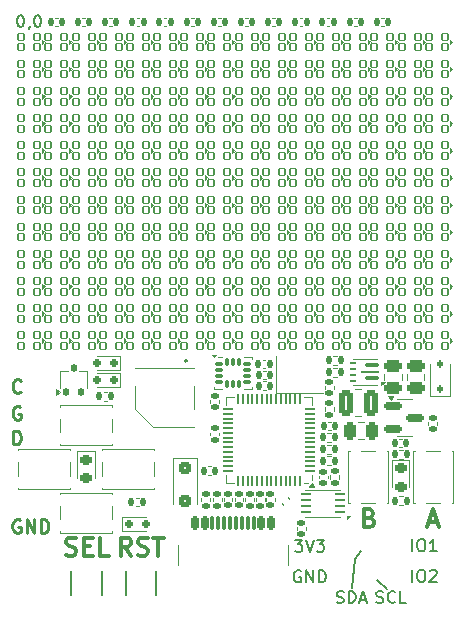
<source format=gbr>
%TF.GenerationSoftware,KiCad,Pcbnew,8.0.4*%
%TF.CreationDate,2024-09-02T23:34:24-07:00*%
%TF.ProjectId,badgesao,62616467-6573-4616-9f2e-6b696361645f,rev?*%
%TF.SameCoordinates,Original*%
%TF.FileFunction,Legend,Top*%
%TF.FilePolarity,Positive*%
%FSLAX46Y46*%
G04 Gerber Fmt 4.6, Leading zero omitted, Abs format (unit mm)*
G04 Created by KiCad (PCBNEW 8.0.4) date 2024-09-02 23:34:24*
%MOMM*%
%LPD*%
G01*
G04 APERTURE LIST*
G04 Aperture macros list*
%AMRoundRect*
0 Rectangle with rounded corners*
0 $1 Rounding radius*
0 $2 $3 $4 $5 $6 $7 $8 $9 X,Y pos of 4 corners*
0 Add a 4 corners polygon primitive as box body*
4,1,4,$2,$3,$4,$5,$6,$7,$8,$9,$2,$3,0*
0 Add four circle primitives for the rounded corners*
1,1,$1+$1,$2,$3*
1,1,$1+$1,$4,$5*
1,1,$1+$1,$6,$7*
1,1,$1+$1,$8,$9*
0 Add four rect primitives between the rounded corners*
20,1,$1+$1,$2,$3,$4,$5,0*
20,1,$1+$1,$4,$5,$6,$7,0*
20,1,$1+$1,$6,$7,$8,$9,0*
20,1,$1+$1,$8,$9,$2,$3,0*%
%AMHorizOval*
0 Thick line with rounded ends*
0 $1 width*
0 $2 $3 position (X,Y) of the first rounded end (center of the circle)*
0 $4 $5 position (X,Y) of the second rounded end (center of the circle)*
0 Add line between two ends*
20,1,$1,$2,$3,$4,$5,0*
0 Add two circle primitives to create the rounded ends*
1,1,$1,$2,$3*
1,1,$1,$4,$5*%
G04 Aperture macros list end*
%ADD10C,0.200000*%
%ADD11C,0.203200*%
%ADD12C,0.228600*%
%ADD13C,0.150000*%
%ADD14C,0.304800*%
%ADD15C,0.100000*%
%ADD16C,0.120000*%
%ADD17RoundRect,0.065000X0.260000X0.285000X-0.260000X0.285000X-0.260000X-0.285000X0.260000X-0.285000X0*%
%ADD18R,1.000000X1.000000*%
%ADD19HorizOval,1.000000X0.000000X0.000000X0.000000X0.000000X0*%
%ADD20R,0.750000X0.700000*%
%ADD21RoundRect,0.140000X-0.140000X-0.170000X0.140000X-0.170000X0.140000X0.170000X-0.140000X0.170000X0*%
%ADD22RoundRect,0.150000X0.150000X0.200000X-0.150000X0.200000X-0.150000X-0.200000X0.150000X-0.200000X0*%
%ADD23RoundRect,0.135000X-0.135000X-0.185000X0.135000X-0.185000X0.135000X0.185000X-0.135000X0.185000X0*%
%ADD24RoundRect,0.112500X-0.112500X-0.237500X0.112500X-0.237500X0.112500X0.237500X-0.112500X0.237500X0*%
%ADD25RoundRect,0.150000X-0.150000X-0.200000X0.150000X-0.200000X0.150000X0.200000X-0.150000X0.200000X0*%
%ADD26R,1.700000X1.700000*%
%ADD27O,1.700000X1.700000*%
%ADD28RoundRect,0.135000X-0.185000X0.135000X-0.185000X-0.135000X0.185000X-0.135000X0.185000X0.135000X0*%
%ADD29RoundRect,0.250000X-0.300000X0.300000X-0.300000X-0.300000X0.300000X-0.300000X0.300000X0.300000X0*%
%ADD30R,1.700000X1.000000*%
%ADD31RoundRect,0.062500X0.162500X0.062500X-0.162500X0.062500X-0.162500X-0.062500X0.162500X-0.062500X0*%
%ADD32RoundRect,0.087500X0.487500X0.087500X-0.487500X0.087500X-0.487500X-0.087500X0.487500X-0.087500X0*%
%ADD33RoundRect,0.050000X0.675000X0.050000X-0.675000X0.050000X-0.675000X-0.050000X0.675000X-0.050000X0*%
%ADD34R,0.200000X1.600000*%
%ADD35RoundRect,0.062500X0.387500X0.062500X-0.387500X0.062500X-0.387500X-0.062500X0.387500X-0.062500X0*%
%ADD36O,1.000000X1.800000*%
%ADD37O,1.000000X2.100000*%
%ADD38RoundRect,0.150000X-0.150000X-0.425000X0.150000X-0.425000X0.150000X0.425000X-0.150000X0.425000X0*%
%ADD39RoundRect,0.075000X-0.075000X-0.500000X0.075000X-0.500000X0.075000X0.500000X-0.075000X0.500000X0*%
%ADD40C,0.650000*%
%ADD41RoundRect,0.135000X0.185000X-0.135000X0.185000X0.135000X-0.185000X0.135000X-0.185000X-0.135000X0*%
%ADD42RoundRect,0.218750X-0.256250X0.218750X-0.256250X-0.218750X0.256250X-0.218750X0.256250X0.218750X0*%
%ADD43RoundRect,0.112500X0.112500X-0.187500X0.112500X0.187500X-0.112500X0.187500X-0.112500X-0.187500X0*%
%ADD44RoundRect,0.135000X0.135000X0.185000X-0.135000X0.185000X-0.135000X-0.185000X0.135000X-0.185000X0*%
%ADD45RoundRect,0.250000X-0.475000X0.250000X-0.475000X-0.250000X0.475000X-0.250000X0.475000X0.250000X0*%
%ADD46RoundRect,0.250000X-0.250000X-0.475000X0.250000X-0.475000X0.250000X0.475000X-0.250000X0.475000X0*%
%ADD47RoundRect,0.250000X-0.375000X-0.850000X0.375000X-0.850000X0.375000X0.850000X-0.375000X0.850000X0*%
%ADD48R,1.400000X1.200000*%
%ADD49R,1.727200X1.727200*%
%ADD50C,1.727200*%
%ADD51O,1.727200X1.727200*%
%ADD52RoundRect,0.050000X0.387500X0.050000X-0.387500X0.050000X-0.387500X-0.050000X0.387500X-0.050000X0*%
%ADD53RoundRect,0.050000X0.050000X0.387500X-0.050000X0.387500X-0.050000X-0.387500X0.050000X-0.387500X0*%
%ADD54R,3.200000X3.200000*%
%ADD55RoundRect,0.087500X-0.225000X-0.087500X0.225000X-0.087500X0.225000X0.087500X-0.225000X0.087500X0*%
%ADD56RoundRect,0.087500X-0.087500X-0.225000X0.087500X-0.225000X0.087500X0.225000X-0.087500X0.225000X0*%
%ADD57RoundRect,0.150000X-0.587500X-0.150000X0.587500X-0.150000X0.587500X0.150000X-0.587500X0.150000X0*%
%ADD58R,0.650000X1.050000*%
%ADD59R,1.050000X0.650000*%
%ADD60RoundRect,0.140000X0.170000X-0.140000X0.170000X0.140000X-0.170000X0.140000X-0.170000X-0.140000X0*%
%ADD61RoundRect,0.140000X0.140000X0.170000X-0.140000X0.170000X-0.140000X-0.170000X0.140000X-0.170000X0*%
%ADD62RoundRect,0.140000X-0.170000X0.140000X-0.170000X-0.140000X0.170000X-0.140000X0.170000X0.140000X0*%
%ADD63RoundRect,0.140000X-0.219203X-0.021213X-0.021213X-0.219203X0.219203X0.021213X0.021213X0.219203X0*%
G04 APERTURE END LIST*
D10*
X137300000Y-97250000D02*
X137800000Y-96600000D01*
X140050000Y-99850000D02*
X139200000Y-99050000D01*
X137100000Y-99700000D02*
X137300000Y-97250000D01*
D11*
X139127207Y-100955433D02*
X139272350Y-101003813D01*
X139272350Y-101003813D02*
X139514255Y-101003813D01*
X139514255Y-101003813D02*
X139611017Y-100955433D01*
X139611017Y-100955433D02*
X139659398Y-100907052D01*
X139659398Y-100907052D02*
X139707779Y-100810290D01*
X139707779Y-100810290D02*
X139707779Y-100713528D01*
X139707779Y-100713528D02*
X139659398Y-100616766D01*
X139659398Y-100616766D02*
X139611017Y-100568385D01*
X139611017Y-100568385D02*
X139514255Y-100520004D01*
X139514255Y-100520004D02*
X139320731Y-100471623D01*
X139320731Y-100471623D02*
X139223969Y-100423242D01*
X139223969Y-100423242D02*
X139175588Y-100374861D01*
X139175588Y-100374861D02*
X139127207Y-100278099D01*
X139127207Y-100278099D02*
X139127207Y-100181337D01*
X139127207Y-100181337D02*
X139175588Y-100084575D01*
X139175588Y-100084575D02*
X139223969Y-100036194D01*
X139223969Y-100036194D02*
X139320731Y-99987813D01*
X139320731Y-99987813D02*
X139562636Y-99987813D01*
X139562636Y-99987813D02*
X139707779Y-100036194D01*
X140723779Y-100907052D02*
X140675398Y-100955433D01*
X140675398Y-100955433D02*
X140530255Y-101003813D01*
X140530255Y-101003813D02*
X140433493Y-101003813D01*
X140433493Y-101003813D02*
X140288350Y-100955433D01*
X140288350Y-100955433D02*
X140191588Y-100858671D01*
X140191588Y-100858671D02*
X140143207Y-100761909D01*
X140143207Y-100761909D02*
X140094826Y-100568385D01*
X140094826Y-100568385D02*
X140094826Y-100423242D01*
X140094826Y-100423242D02*
X140143207Y-100229718D01*
X140143207Y-100229718D02*
X140191588Y-100132956D01*
X140191588Y-100132956D02*
X140288350Y-100036194D01*
X140288350Y-100036194D02*
X140433493Y-99987813D01*
X140433493Y-99987813D02*
X140530255Y-99987813D01*
X140530255Y-99987813D02*
X140675398Y-100036194D01*
X140675398Y-100036194D02*
X140723779Y-100084575D01*
X141643017Y-101003813D02*
X141159207Y-101003813D01*
X141159207Y-101003813D02*
X141159207Y-99987813D01*
D12*
X109053785Y-83108028D02*
X108999357Y-83162457D01*
X108999357Y-83162457D02*
X108836071Y-83216885D01*
X108836071Y-83216885D02*
X108727214Y-83216885D01*
X108727214Y-83216885D02*
X108563928Y-83162457D01*
X108563928Y-83162457D02*
X108455071Y-83053599D01*
X108455071Y-83053599D02*
X108400642Y-82944742D01*
X108400642Y-82944742D02*
X108346214Y-82727028D01*
X108346214Y-82727028D02*
X108346214Y-82563742D01*
X108346214Y-82563742D02*
X108400642Y-82346028D01*
X108400642Y-82346028D02*
X108455071Y-82237171D01*
X108455071Y-82237171D02*
X108563928Y-82128314D01*
X108563928Y-82128314D02*
X108727214Y-82073885D01*
X108727214Y-82073885D02*
X108836071Y-82073885D01*
X108836071Y-82073885D02*
X108999357Y-82128314D01*
X108999357Y-82128314D02*
X109053785Y-82182742D01*
X108999357Y-84378314D02*
X108890500Y-84323885D01*
X108890500Y-84323885D02*
X108727214Y-84323885D01*
X108727214Y-84323885D02*
X108563928Y-84378314D01*
X108563928Y-84378314D02*
X108455071Y-84487171D01*
X108455071Y-84487171D02*
X108400642Y-84596028D01*
X108400642Y-84596028D02*
X108346214Y-84813742D01*
X108346214Y-84813742D02*
X108346214Y-84977028D01*
X108346214Y-84977028D02*
X108400642Y-85194742D01*
X108400642Y-85194742D02*
X108455071Y-85303599D01*
X108455071Y-85303599D02*
X108563928Y-85412457D01*
X108563928Y-85412457D02*
X108727214Y-85466885D01*
X108727214Y-85466885D02*
X108836071Y-85466885D01*
X108836071Y-85466885D02*
X108999357Y-85412457D01*
X108999357Y-85412457D02*
X109053785Y-85358028D01*
X109053785Y-85358028D02*
X109053785Y-84977028D01*
X109053785Y-84977028D02*
X108836071Y-84977028D01*
X108400642Y-87566885D02*
X108400642Y-86423885D01*
X108400642Y-86423885D02*
X108672785Y-86423885D01*
X108672785Y-86423885D02*
X108836071Y-86478314D01*
X108836071Y-86478314D02*
X108944928Y-86587171D01*
X108944928Y-86587171D02*
X108999357Y-86696028D01*
X108999357Y-86696028D02*
X109053785Y-86913742D01*
X109053785Y-86913742D02*
X109053785Y-87077028D01*
X109053785Y-87077028D02*
X108999357Y-87294742D01*
X108999357Y-87294742D02*
X108944928Y-87403599D01*
X108944928Y-87403599D02*
X108836071Y-87512457D01*
X108836071Y-87512457D02*
X108672785Y-87566885D01*
X108672785Y-87566885D02*
X108400642Y-87566885D01*
D11*
X135777207Y-100955433D02*
X135922350Y-101003813D01*
X135922350Y-101003813D02*
X136164255Y-101003813D01*
X136164255Y-101003813D02*
X136261017Y-100955433D01*
X136261017Y-100955433D02*
X136309398Y-100907052D01*
X136309398Y-100907052D02*
X136357779Y-100810290D01*
X136357779Y-100810290D02*
X136357779Y-100713528D01*
X136357779Y-100713528D02*
X136309398Y-100616766D01*
X136309398Y-100616766D02*
X136261017Y-100568385D01*
X136261017Y-100568385D02*
X136164255Y-100520004D01*
X136164255Y-100520004D02*
X135970731Y-100471623D01*
X135970731Y-100471623D02*
X135873969Y-100423242D01*
X135873969Y-100423242D02*
X135825588Y-100374861D01*
X135825588Y-100374861D02*
X135777207Y-100278099D01*
X135777207Y-100278099D02*
X135777207Y-100181337D01*
X135777207Y-100181337D02*
X135825588Y-100084575D01*
X135825588Y-100084575D02*
X135873969Y-100036194D01*
X135873969Y-100036194D02*
X135970731Y-99987813D01*
X135970731Y-99987813D02*
X136212636Y-99987813D01*
X136212636Y-99987813D02*
X136357779Y-100036194D01*
X136793207Y-101003813D02*
X136793207Y-99987813D01*
X136793207Y-99987813D02*
X137035112Y-99987813D01*
X137035112Y-99987813D02*
X137180255Y-100036194D01*
X137180255Y-100036194D02*
X137277017Y-100132956D01*
X137277017Y-100132956D02*
X137325398Y-100229718D01*
X137325398Y-100229718D02*
X137373779Y-100423242D01*
X137373779Y-100423242D02*
X137373779Y-100568385D01*
X137373779Y-100568385D02*
X137325398Y-100761909D01*
X137325398Y-100761909D02*
X137277017Y-100858671D01*
X137277017Y-100858671D02*
X137180255Y-100955433D01*
X137180255Y-100955433D02*
X137035112Y-101003813D01*
X137035112Y-101003813D02*
X136793207Y-101003813D01*
X137760826Y-100713528D02*
X138244636Y-100713528D01*
X137664064Y-101003813D02*
X138002731Y-99987813D01*
X138002731Y-99987813D02*
X138341398Y-101003813D01*
X132725905Y-98291834D02*
X132629143Y-98243453D01*
X132629143Y-98243453D02*
X132484000Y-98243453D01*
X132484000Y-98243453D02*
X132338857Y-98291834D01*
X132338857Y-98291834D02*
X132242095Y-98388596D01*
X132242095Y-98388596D02*
X132193714Y-98485358D01*
X132193714Y-98485358D02*
X132145333Y-98678882D01*
X132145333Y-98678882D02*
X132145333Y-98824025D01*
X132145333Y-98824025D02*
X132193714Y-99017549D01*
X132193714Y-99017549D02*
X132242095Y-99114311D01*
X132242095Y-99114311D02*
X132338857Y-99211073D01*
X132338857Y-99211073D02*
X132484000Y-99259453D01*
X132484000Y-99259453D02*
X132580762Y-99259453D01*
X132580762Y-99259453D02*
X132725905Y-99211073D01*
X132725905Y-99211073D02*
X132774286Y-99162692D01*
X132774286Y-99162692D02*
X132774286Y-98824025D01*
X132774286Y-98824025D02*
X132580762Y-98824025D01*
X133209714Y-99259453D02*
X133209714Y-98243453D01*
X133209714Y-98243453D02*
X133790286Y-99259453D01*
X133790286Y-99259453D02*
X133790286Y-98243453D01*
X134274095Y-99259453D02*
X134274095Y-98243453D01*
X134274095Y-98243453D02*
X134516000Y-98243453D01*
X134516000Y-98243453D02*
X134661143Y-98291834D01*
X134661143Y-98291834D02*
X134757905Y-98388596D01*
X134757905Y-98388596D02*
X134806286Y-98485358D01*
X134806286Y-98485358D02*
X134854667Y-98678882D01*
X134854667Y-98678882D02*
X134854667Y-98824025D01*
X134854667Y-98824025D02*
X134806286Y-99017549D01*
X134806286Y-99017549D02*
X134757905Y-99114311D01*
X134757905Y-99114311D02*
X134661143Y-99211073D01*
X134661143Y-99211073D02*
X134516000Y-99259453D01*
X134516000Y-99259453D02*
X134274095Y-99259453D01*
X132242095Y-95643453D02*
X132871048Y-95643453D01*
X132871048Y-95643453D02*
X132532381Y-96030501D01*
X132532381Y-96030501D02*
X132677524Y-96030501D01*
X132677524Y-96030501D02*
X132774286Y-96078882D01*
X132774286Y-96078882D02*
X132822667Y-96127263D01*
X132822667Y-96127263D02*
X132871048Y-96224025D01*
X132871048Y-96224025D02*
X132871048Y-96465930D01*
X132871048Y-96465930D02*
X132822667Y-96562692D01*
X132822667Y-96562692D02*
X132774286Y-96611073D01*
X132774286Y-96611073D02*
X132677524Y-96659453D01*
X132677524Y-96659453D02*
X132387238Y-96659453D01*
X132387238Y-96659453D02*
X132290476Y-96611073D01*
X132290476Y-96611073D02*
X132242095Y-96562692D01*
X133161333Y-95643453D02*
X133500000Y-96659453D01*
X133500000Y-96659453D02*
X133838667Y-95643453D01*
X134080571Y-95643453D02*
X134709524Y-95643453D01*
X134709524Y-95643453D02*
X134370857Y-96030501D01*
X134370857Y-96030501D02*
X134516000Y-96030501D01*
X134516000Y-96030501D02*
X134612762Y-96078882D01*
X134612762Y-96078882D02*
X134661143Y-96127263D01*
X134661143Y-96127263D02*
X134709524Y-96224025D01*
X134709524Y-96224025D02*
X134709524Y-96465930D01*
X134709524Y-96465930D02*
X134661143Y-96562692D01*
X134661143Y-96562692D02*
X134612762Y-96611073D01*
X134612762Y-96611073D02*
X134516000Y-96659453D01*
X134516000Y-96659453D02*
X134225714Y-96659453D01*
X134225714Y-96659453D02*
X134128952Y-96611073D01*
X134128952Y-96611073D02*
X134080571Y-96562692D01*
D12*
X108979143Y-93978314D02*
X108870286Y-93923885D01*
X108870286Y-93923885D02*
X108707000Y-93923885D01*
X108707000Y-93923885D02*
X108543714Y-93978314D01*
X108543714Y-93978314D02*
X108434857Y-94087171D01*
X108434857Y-94087171D02*
X108380428Y-94196028D01*
X108380428Y-94196028D02*
X108326000Y-94413742D01*
X108326000Y-94413742D02*
X108326000Y-94577028D01*
X108326000Y-94577028D02*
X108380428Y-94794742D01*
X108380428Y-94794742D02*
X108434857Y-94903599D01*
X108434857Y-94903599D02*
X108543714Y-95012457D01*
X108543714Y-95012457D02*
X108707000Y-95066885D01*
X108707000Y-95066885D02*
X108815857Y-95066885D01*
X108815857Y-95066885D02*
X108979143Y-95012457D01*
X108979143Y-95012457D02*
X109033571Y-94958028D01*
X109033571Y-94958028D02*
X109033571Y-94577028D01*
X109033571Y-94577028D02*
X108815857Y-94577028D01*
X109523428Y-95066885D02*
X109523428Y-93923885D01*
X109523428Y-93923885D02*
X110176571Y-95066885D01*
X110176571Y-95066885D02*
X110176571Y-93923885D01*
X110720857Y-95066885D02*
X110720857Y-93923885D01*
X110720857Y-93923885D02*
X110993000Y-93923885D01*
X110993000Y-93923885D02*
X111156286Y-93978314D01*
X111156286Y-93978314D02*
X111265143Y-94087171D01*
X111265143Y-94087171D02*
X111319572Y-94196028D01*
X111319572Y-94196028D02*
X111374000Y-94413742D01*
X111374000Y-94413742D02*
X111374000Y-94577028D01*
X111374000Y-94577028D02*
X111319572Y-94794742D01*
X111319572Y-94794742D02*
X111265143Y-94903599D01*
X111265143Y-94903599D02*
X111156286Y-95012457D01*
X111156286Y-95012457D02*
X110993000Y-95066885D01*
X110993000Y-95066885D02*
X110720857Y-95066885D01*
D13*
X108977255Y-51219819D02*
X109072493Y-51219819D01*
X109072493Y-51219819D02*
X109167731Y-51267438D01*
X109167731Y-51267438D02*
X109215350Y-51315057D01*
X109215350Y-51315057D02*
X109262969Y-51410295D01*
X109262969Y-51410295D02*
X109310588Y-51600771D01*
X109310588Y-51600771D02*
X109310588Y-51838866D01*
X109310588Y-51838866D02*
X109262969Y-52029342D01*
X109262969Y-52029342D02*
X109215350Y-52124580D01*
X109215350Y-52124580D02*
X109167731Y-52172200D01*
X109167731Y-52172200D02*
X109072493Y-52219819D01*
X109072493Y-52219819D02*
X108977255Y-52219819D01*
X108977255Y-52219819D02*
X108882017Y-52172200D01*
X108882017Y-52172200D02*
X108834398Y-52124580D01*
X108834398Y-52124580D02*
X108786779Y-52029342D01*
X108786779Y-52029342D02*
X108739160Y-51838866D01*
X108739160Y-51838866D02*
X108739160Y-51600771D01*
X108739160Y-51600771D02*
X108786779Y-51410295D01*
X108786779Y-51410295D02*
X108834398Y-51315057D01*
X108834398Y-51315057D02*
X108882017Y-51267438D01*
X108882017Y-51267438D02*
X108977255Y-51219819D01*
X109786779Y-52172200D02*
X109786779Y-52219819D01*
X109786779Y-52219819D02*
X109739160Y-52315057D01*
X109739160Y-52315057D02*
X109691541Y-52362676D01*
X110405826Y-51219819D02*
X110501064Y-51219819D01*
X110501064Y-51219819D02*
X110596302Y-51267438D01*
X110596302Y-51267438D02*
X110643921Y-51315057D01*
X110643921Y-51315057D02*
X110691540Y-51410295D01*
X110691540Y-51410295D02*
X110739159Y-51600771D01*
X110739159Y-51600771D02*
X110739159Y-51838866D01*
X110739159Y-51838866D02*
X110691540Y-52029342D01*
X110691540Y-52029342D02*
X110643921Y-52124580D01*
X110643921Y-52124580D02*
X110596302Y-52172200D01*
X110596302Y-52172200D02*
X110501064Y-52219819D01*
X110501064Y-52219819D02*
X110405826Y-52219819D01*
X110405826Y-52219819D02*
X110310588Y-52172200D01*
X110310588Y-52172200D02*
X110262969Y-52124580D01*
X110262969Y-52124580D02*
X110215350Y-52029342D01*
X110215350Y-52029342D02*
X110167731Y-51838866D01*
X110167731Y-51838866D02*
X110167731Y-51600771D01*
X110167731Y-51600771D02*
X110215350Y-51410295D01*
X110215350Y-51410295D02*
X110262969Y-51315057D01*
X110262969Y-51315057D02*
X110310588Y-51267438D01*
X110310588Y-51267438D02*
X110405826Y-51219819D01*
D14*
X138558857Y-93790895D02*
X138776571Y-93863467D01*
X138776571Y-93863467D02*
X138849142Y-93936038D01*
X138849142Y-93936038D02*
X138921714Y-94081181D01*
X138921714Y-94081181D02*
X138921714Y-94298895D01*
X138921714Y-94298895D02*
X138849142Y-94444038D01*
X138849142Y-94444038D02*
X138776571Y-94516610D01*
X138776571Y-94516610D02*
X138631428Y-94589181D01*
X138631428Y-94589181D02*
X138050857Y-94589181D01*
X138050857Y-94589181D02*
X138050857Y-93065181D01*
X138050857Y-93065181D02*
X138558857Y-93065181D01*
X138558857Y-93065181D02*
X138704000Y-93137752D01*
X138704000Y-93137752D02*
X138776571Y-93210324D01*
X138776571Y-93210324D02*
X138849142Y-93355467D01*
X138849142Y-93355467D02*
X138849142Y-93500610D01*
X138849142Y-93500610D02*
X138776571Y-93645752D01*
X138776571Y-93645752D02*
X138704000Y-93718324D01*
X138704000Y-93718324D02*
X138558857Y-93790895D01*
X138558857Y-93790895D02*
X138050857Y-93790895D01*
X143587142Y-94153752D02*
X144312857Y-94153752D01*
X143441999Y-94589181D02*
X143949999Y-93065181D01*
X143949999Y-93065181D02*
X144457999Y-94589181D01*
X118365428Y-96989181D02*
X117857428Y-96263467D01*
X117494571Y-96989181D02*
X117494571Y-95465181D01*
X117494571Y-95465181D02*
X118075142Y-95465181D01*
X118075142Y-95465181D02*
X118220285Y-95537752D01*
X118220285Y-95537752D02*
X118292856Y-95610324D01*
X118292856Y-95610324D02*
X118365428Y-95755467D01*
X118365428Y-95755467D02*
X118365428Y-95973181D01*
X118365428Y-95973181D02*
X118292856Y-96118324D01*
X118292856Y-96118324D02*
X118220285Y-96190895D01*
X118220285Y-96190895D02*
X118075142Y-96263467D01*
X118075142Y-96263467D02*
X117494571Y-96263467D01*
X118945999Y-96916610D02*
X119163714Y-96989181D01*
X119163714Y-96989181D02*
X119526571Y-96989181D01*
X119526571Y-96989181D02*
X119671714Y-96916610D01*
X119671714Y-96916610D02*
X119744285Y-96844038D01*
X119744285Y-96844038D02*
X119816856Y-96698895D01*
X119816856Y-96698895D02*
X119816856Y-96553752D01*
X119816856Y-96553752D02*
X119744285Y-96408610D01*
X119744285Y-96408610D02*
X119671714Y-96336038D01*
X119671714Y-96336038D02*
X119526571Y-96263467D01*
X119526571Y-96263467D02*
X119236285Y-96190895D01*
X119236285Y-96190895D02*
X119091142Y-96118324D01*
X119091142Y-96118324D02*
X119018571Y-96045752D01*
X119018571Y-96045752D02*
X118945999Y-95900610D01*
X118945999Y-95900610D02*
X118945999Y-95755467D01*
X118945999Y-95755467D02*
X119018571Y-95610324D01*
X119018571Y-95610324D02*
X119091142Y-95537752D01*
X119091142Y-95537752D02*
X119236285Y-95465181D01*
X119236285Y-95465181D02*
X119599142Y-95465181D01*
X119599142Y-95465181D02*
X119816856Y-95537752D01*
X120252285Y-95465181D02*
X121123143Y-95465181D01*
X120687714Y-96989181D02*
X120687714Y-95465181D01*
X112858285Y-96916610D02*
X113076000Y-96989181D01*
X113076000Y-96989181D02*
X113438857Y-96989181D01*
X113438857Y-96989181D02*
X113584000Y-96916610D01*
X113584000Y-96916610D02*
X113656571Y-96844038D01*
X113656571Y-96844038D02*
X113729142Y-96698895D01*
X113729142Y-96698895D02*
X113729142Y-96553752D01*
X113729142Y-96553752D02*
X113656571Y-96408610D01*
X113656571Y-96408610D02*
X113584000Y-96336038D01*
X113584000Y-96336038D02*
X113438857Y-96263467D01*
X113438857Y-96263467D02*
X113148571Y-96190895D01*
X113148571Y-96190895D02*
X113003428Y-96118324D01*
X113003428Y-96118324D02*
X112930857Y-96045752D01*
X112930857Y-96045752D02*
X112858285Y-95900610D01*
X112858285Y-95900610D02*
X112858285Y-95755467D01*
X112858285Y-95755467D02*
X112930857Y-95610324D01*
X112930857Y-95610324D02*
X113003428Y-95537752D01*
X113003428Y-95537752D02*
X113148571Y-95465181D01*
X113148571Y-95465181D02*
X113511428Y-95465181D01*
X113511428Y-95465181D02*
X113729142Y-95537752D01*
X114382286Y-96190895D02*
X114890286Y-96190895D01*
X115108000Y-96989181D02*
X114382286Y-96989181D01*
X114382286Y-96989181D02*
X114382286Y-95465181D01*
X114382286Y-95465181D02*
X115108000Y-95465181D01*
X116486857Y-96989181D02*
X115761143Y-96989181D01*
X115761143Y-96989181D02*
X115761143Y-95465181D01*
D11*
X142183999Y-99209453D02*
X142183999Y-98193453D01*
X142861333Y-98193453D02*
X143054857Y-98193453D01*
X143054857Y-98193453D02*
X143151619Y-98241834D01*
X143151619Y-98241834D02*
X143248381Y-98338596D01*
X143248381Y-98338596D02*
X143296762Y-98532120D01*
X143296762Y-98532120D02*
X143296762Y-98870787D01*
X143296762Y-98870787D02*
X143248381Y-99064311D01*
X143248381Y-99064311D02*
X143151619Y-99161073D01*
X143151619Y-99161073D02*
X143054857Y-99209453D01*
X143054857Y-99209453D02*
X142861333Y-99209453D01*
X142861333Y-99209453D02*
X142764571Y-99161073D01*
X142764571Y-99161073D02*
X142667809Y-99064311D01*
X142667809Y-99064311D02*
X142619428Y-98870787D01*
X142619428Y-98870787D02*
X142619428Y-98532120D01*
X142619428Y-98532120D02*
X142667809Y-98338596D01*
X142667809Y-98338596D02*
X142764571Y-98241834D01*
X142764571Y-98241834D02*
X142861333Y-98193453D01*
X143683809Y-98290215D02*
X143732190Y-98241834D01*
X143732190Y-98241834D02*
X143828952Y-98193453D01*
X143828952Y-98193453D02*
X144070857Y-98193453D01*
X144070857Y-98193453D02*
X144167619Y-98241834D01*
X144167619Y-98241834D02*
X144216000Y-98290215D01*
X144216000Y-98290215D02*
X144264381Y-98386977D01*
X144264381Y-98386977D02*
X144264381Y-98483739D01*
X144264381Y-98483739D02*
X144216000Y-98628882D01*
X144216000Y-98628882D02*
X143635428Y-99209453D01*
X143635428Y-99209453D02*
X144264381Y-99209453D01*
X142183999Y-96609453D02*
X142183999Y-95593453D01*
X142861333Y-95593453D02*
X143054857Y-95593453D01*
X143054857Y-95593453D02*
X143151619Y-95641834D01*
X143151619Y-95641834D02*
X143248381Y-95738596D01*
X143248381Y-95738596D02*
X143296762Y-95932120D01*
X143296762Y-95932120D02*
X143296762Y-96270787D01*
X143296762Y-96270787D02*
X143248381Y-96464311D01*
X143248381Y-96464311D02*
X143151619Y-96561073D01*
X143151619Y-96561073D02*
X143054857Y-96609453D01*
X143054857Y-96609453D02*
X142861333Y-96609453D01*
X142861333Y-96609453D02*
X142764571Y-96561073D01*
X142764571Y-96561073D02*
X142667809Y-96464311D01*
X142667809Y-96464311D02*
X142619428Y-96270787D01*
X142619428Y-96270787D02*
X142619428Y-95932120D01*
X142619428Y-95932120D02*
X142667809Y-95738596D01*
X142667809Y-95738596D02*
X142764571Y-95641834D01*
X142764571Y-95641834D02*
X142861333Y-95593453D01*
X144264381Y-96609453D02*
X143683809Y-96609453D01*
X143974095Y-96609453D02*
X143974095Y-95593453D01*
X143974095Y-95593453D02*
X143877333Y-95738596D01*
X143877333Y-95738596D02*
X143780571Y-95835358D01*
X143780571Y-95835358D02*
X143683809Y-95883739D01*
D15*
%TO.C,D192*%
X145550000Y-78800000D02*
X145350000Y-79000000D01*
X145350000Y-78600000D01*
X145550000Y-78800000D01*
G36*
X145550000Y-78800000D02*
G01*
X145350000Y-79000000D01*
X145350000Y-78600000D01*
X145550000Y-78800000D01*
G37*
%TO.C,D191*%
X143250000Y-78800000D02*
X143050000Y-79000000D01*
X143050000Y-78600000D01*
X143250000Y-78800000D01*
G36*
X143250000Y-78800000D02*
G01*
X143050000Y-79000000D01*
X143050000Y-78600000D01*
X143250000Y-78800000D01*
G37*
%TO.C,D190*%
X140950000Y-78800000D02*
X140750000Y-79000000D01*
X140750000Y-78600000D01*
X140950000Y-78800000D01*
G36*
X140950000Y-78800000D02*
G01*
X140750000Y-79000000D01*
X140750000Y-78600000D01*
X140950000Y-78800000D01*
G37*
%TO.C,D189*%
X138650000Y-78800000D02*
X138450000Y-79000000D01*
X138450000Y-78600000D01*
X138650000Y-78800000D01*
G36*
X138650000Y-78800000D02*
G01*
X138450000Y-79000000D01*
X138450000Y-78600000D01*
X138650000Y-78800000D01*
G37*
%TO.C,D188*%
X136350000Y-78800000D02*
X136150000Y-79000000D01*
X136150000Y-78600000D01*
X136350000Y-78800000D01*
G36*
X136350000Y-78800000D02*
G01*
X136150000Y-79000000D01*
X136150000Y-78600000D01*
X136350000Y-78800000D01*
G37*
%TO.C,D187*%
X134050000Y-78800000D02*
X133850000Y-79000000D01*
X133850000Y-78600000D01*
X134050000Y-78800000D01*
G36*
X134050000Y-78800000D02*
G01*
X133850000Y-79000000D01*
X133850000Y-78600000D01*
X134050000Y-78800000D01*
G37*
%TO.C,D186*%
X131750000Y-78800000D02*
X131550000Y-79000000D01*
X131550000Y-78600000D01*
X131750000Y-78800000D01*
G36*
X131750000Y-78800000D02*
G01*
X131550000Y-79000000D01*
X131550000Y-78600000D01*
X131750000Y-78800000D01*
G37*
%TO.C,D185*%
X129450000Y-78800000D02*
X129250000Y-79000000D01*
X129250000Y-78600000D01*
X129450000Y-78800000D01*
G36*
X129450000Y-78800000D02*
G01*
X129250000Y-79000000D01*
X129250000Y-78600000D01*
X129450000Y-78800000D01*
G37*
%TO.C,D184*%
X127150000Y-78800000D02*
X126950000Y-79000000D01*
X126950000Y-78600000D01*
X127150000Y-78800000D01*
G36*
X127150000Y-78800000D02*
G01*
X126950000Y-79000000D01*
X126950000Y-78600000D01*
X127150000Y-78800000D01*
G37*
%TO.C,D183*%
X124850000Y-78800000D02*
X124650000Y-79000000D01*
X124650000Y-78600000D01*
X124850000Y-78800000D01*
G36*
X124850000Y-78800000D02*
G01*
X124650000Y-79000000D01*
X124650000Y-78600000D01*
X124850000Y-78800000D01*
G37*
%TO.C,D182*%
X122550000Y-78800000D02*
X122350000Y-79000000D01*
X122350000Y-78600000D01*
X122550000Y-78800000D01*
G36*
X122550000Y-78800000D02*
G01*
X122350000Y-79000000D01*
X122350000Y-78600000D01*
X122550000Y-78800000D01*
G37*
%TO.C,D181*%
X120250000Y-78800000D02*
X120050000Y-79000000D01*
X120050000Y-78600000D01*
X120250000Y-78800000D01*
G36*
X120250000Y-78800000D02*
G01*
X120050000Y-79000000D01*
X120050000Y-78600000D01*
X120250000Y-78800000D01*
G37*
%TO.C,D180*%
X117950000Y-78800000D02*
X117750000Y-79000000D01*
X117750000Y-78600000D01*
X117950000Y-78800000D01*
G36*
X117950000Y-78800000D02*
G01*
X117750000Y-79000000D01*
X117750000Y-78600000D01*
X117950000Y-78800000D01*
G37*
%TO.C,D179*%
X115650000Y-78800000D02*
X115450000Y-79000000D01*
X115450000Y-78600000D01*
X115650000Y-78800000D01*
G36*
X115650000Y-78800000D02*
G01*
X115450000Y-79000000D01*
X115450000Y-78600000D01*
X115650000Y-78800000D01*
G37*
%TO.C,D178*%
X113350000Y-78800000D02*
X113150000Y-79000000D01*
X113150000Y-78600000D01*
X113350000Y-78800000D01*
G36*
X113350000Y-78800000D02*
G01*
X113150000Y-79000000D01*
X113150000Y-78600000D01*
X113350000Y-78800000D01*
G37*
%TO.C,D177*%
X111050000Y-78800000D02*
X110850000Y-79000000D01*
X110850000Y-78600000D01*
X111050000Y-78800000D01*
G36*
X111050000Y-78800000D02*
G01*
X110850000Y-79000000D01*
X110850000Y-78600000D01*
X111050000Y-78800000D01*
G37*
%TO.C,D176*%
X145550000Y-76500000D02*
X145350000Y-76700000D01*
X145350000Y-76300000D01*
X145550000Y-76500000D01*
G36*
X145550000Y-76500000D02*
G01*
X145350000Y-76700000D01*
X145350000Y-76300000D01*
X145550000Y-76500000D01*
G37*
%TO.C,D175*%
X143250000Y-76500000D02*
X143050000Y-76700000D01*
X143050000Y-76300000D01*
X143250000Y-76500000D01*
G36*
X143250000Y-76500000D02*
G01*
X143050000Y-76700000D01*
X143050000Y-76300000D01*
X143250000Y-76500000D01*
G37*
%TO.C,D174*%
X140950000Y-76500000D02*
X140750000Y-76700000D01*
X140750000Y-76300000D01*
X140950000Y-76500000D01*
G36*
X140950000Y-76500000D02*
G01*
X140750000Y-76700000D01*
X140750000Y-76300000D01*
X140950000Y-76500000D01*
G37*
%TO.C,D173*%
X138650000Y-76500000D02*
X138450000Y-76700000D01*
X138450000Y-76300000D01*
X138650000Y-76500000D01*
G36*
X138650000Y-76500000D02*
G01*
X138450000Y-76700000D01*
X138450000Y-76300000D01*
X138650000Y-76500000D01*
G37*
%TO.C,D172*%
X136350000Y-76500000D02*
X136150000Y-76700000D01*
X136150000Y-76300000D01*
X136350000Y-76500000D01*
G36*
X136350000Y-76500000D02*
G01*
X136150000Y-76700000D01*
X136150000Y-76300000D01*
X136350000Y-76500000D01*
G37*
%TO.C,D171*%
X134050000Y-76500000D02*
X133850000Y-76700000D01*
X133850000Y-76300000D01*
X134050000Y-76500000D01*
G36*
X134050000Y-76500000D02*
G01*
X133850000Y-76700000D01*
X133850000Y-76300000D01*
X134050000Y-76500000D01*
G37*
%TO.C,D169*%
X129450000Y-76500000D02*
X129250000Y-76700000D01*
X129250000Y-76300000D01*
X129450000Y-76500000D01*
G36*
X129450000Y-76500000D02*
G01*
X129250000Y-76700000D01*
X129250000Y-76300000D01*
X129450000Y-76500000D01*
G37*
%TO.C,D168*%
X127150000Y-76500000D02*
X126950000Y-76700000D01*
X126950000Y-76300000D01*
X127150000Y-76500000D01*
G36*
X127150000Y-76500000D02*
G01*
X126950000Y-76700000D01*
X126950000Y-76300000D01*
X127150000Y-76500000D01*
G37*
%TO.C,D167*%
X124850000Y-76500000D02*
X124650000Y-76700000D01*
X124650000Y-76300000D01*
X124850000Y-76500000D01*
G36*
X124850000Y-76500000D02*
G01*
X124650000Y-76700000D01*
X124650000Y-76300000D01*
X124850000Y-76500000D01*
G37*
%TO.C,D165*%
X120250000Y-76500000D02*
X120050000Y-76700000D01*
X120050000Y-76300000D01*
X120250000Y-76500000D01*
G36*
X120250000Y-76500000D02*
G01*
X120050000Y-76700000D01*
X120050000Y-76300000D01*
X120250000Y-76500000D01*
G37*
%TO.C,D164*%
X117950000Y-76500000D02*
X117750000Y-76700000D01*
X117750000Y-76300000D01*
X117950000Y-76500000D01*
G36*
X117950000Y-76500000D02*
G01*
X117750000Y-76700000D01*
X117750000Y-76300000D01*
X117950000Y-76500000D01*
G37*
%TO.C,D163*%
X115650000Y-76500000D02*
X115450000Y-76700000D01*
X115450000Y-76300000D01*
X115650000Y-76500000D01*
G36*
X115650000Y-76500000D02*
G01*
X115450000Y-76700000D01*
X115450000Y-76300000D01*
X115650000Y-76500000D01*
G37*
%TO.C,D162*%
X113350000Y-76500000D02*
X113150000Y-76700000D01*
X113150000Y-76300000D01*
X113350000Y-76500000D01*
G36*
X113350000Y-76500000D02*
G01*
X113150000Y-76700000D01*
X113150000Y-76300000D01*
X113350000Y-76500000D01*
G37*
%TO.C,D161*%
X111050000Y-76500000D02*
X110850000Y-76700000D01*
X110850000Y-76300000D01*
X111050000Y-76500000D01*
G36*
X111050000Y-76500000D02*
G01*
X110850000Y-76700000D01*
X110850000Y-76300000D01*
X111050000Y-76500000D01*
G37*
%TO.C,D160*%
X145550000Y-74200000D02*
X145350000Y-74400000D01*
X145350000Y-74000000D01*
X145550000Y-74200000D01*
G36*
X145550000Y-74200000D02*
G01*
X145350000Y-74400000D01*
X145350000Y-74000000D01*
X145550000Y-74200000D01*
G37*
%TO.C,D159*%
X143250000Y-74200000D02*
X143050000Y-74400000D01*
X143050000Y-74000000D01*
X143250000Y-74200000D01*
G36*
X143250000Y-74200000D02*
G01*
X143050000Y-74400000D01*
X143050000Y-74000000D01*
X143250000Y-74200000D01*
G37*
%TO.C,D158*%
X140950000Y-74200000D02*
X140750000Y-74400000D01*
X140750000Y-74000000D01*
X140950000Y-74200000D01*
G36*
X140950000Y-74200000D02*
G01*
X140750000Y-74400000D01*
X140750000Y-74000000D01*
X140950000Y-74200000D01*
G37*
%TO.C,D157*%
X138650000Y-74200000D02*
X138450000Y-74400000D01*
X138450000Y-74000000D01*
X138650000Y-74200000D01*
G36*
X138650000Y-74200000D02*
G01*
X138450000Y-74400000D01*
X138450000Y-74000000D01*
X138650000Y-74200000D01*
G37*
%TO.C,D156*%
X136350000Y-74200000D02*
X136150000Y-74400000D01*
X136150000Y-74000000D01*
X136350000Y-74200000D01*
G36*
X136350000Y-74200000D02*
G01*
X136150000Y-74400000D01*
X136150000Y-74000000D01*
X136350000Y-74200000D01*
G37*
%TO.C,D155*%
X134050000Y-74200000D02*
X133850000Y-74400000D01*
X133850000Y-74000000D01*
X134050000Y-74200000D01*
G36*
X134050000Y-74200000D02*
G01*
X133850000Y-74400000D01*
X133850000Y-74000000D01*
X134050000Y-74200000D01*
G37*
%TO.C,D154*%
X131750000Y-74200000D02*
X131550000Y-74400000D01*
X131550000Y-74000000D01*
X131750000Y-74200000D01*
G36*
X131750000Y-74200000D02*
G01*
X131550000Y-74400000D01*
X131550000Y-74000000D01*
X131750000Y-74200000D01*
G37*
%TO.C,D153*%
X129450000Y-74200000D02*
X129250000Y-74400000D01*
X129250000Y-74000000D01*
X129450000Y-74200000D01*
G36*
X129450000Y-74200000D02*
G01*
X129250000Y-74400000D01*
X129250000Y-74000000D01*
X129450000Y-74200000D01*
G37*
%TO.C,D152*%
X127150000Y-74200000D02*
X126950000Y-74400000D01*
X126950000Y-74000000D01*
X127150000Y-74200000D01*
G36*
X127150000Y-74200000D02*
G01*
X126950000Y-74400000D01*
X126950000Y-74000000D01*
X127150000Y-74200000D01*
G37*
%TO.C,D151*%
X124850000Y-74200000D02*
X124650000Y-74400000D01*
X124650000Y-74000000D01*
X124850000Y-74200000D01*
G36*
X124850000Y-74200000D02*
G01*
X124650000Y-74400000D01*
X124650000Y-74000000D01*
X124850000Y-74200000D01*
G37*
%TO.C,D150*%
X122550000Y-74200000D02*
X122350000Y-74400000D01*
X122350000Y-74000000D01*
X122550000Y-74200000D01*
G36*
X122550000Y-74200000D02*
G01*
X122350000Y-74400000D01*
X122350000Y-74000000D01*
X122550000Y-74200000D01*
G37*
%TO.C,D149*%
X120250000Y-74200000D02*
X120050000Y-74400000D01*
X120050000Y-74000000D01*
X120250000Y-74200000D01*
G36*
X120250000Y-74200000D02*
G01*
X120050000Y-74400000D01*
X120050000Y-74000000D01*
X120250000Y-74200000D01*
G37*
%TO.C,D148*%
X117950000Y-74200000D02*
X117750000Y-74400000D01*
X117750000Y-74000000D01*
X117950000Y-74200000D01*
G36*
X117950000Y-74200000D02*
G01*
X117750000Y-74400000D01*
X117750000Y-74000000D01*
X117950000Y-74200000D01*
G37*
%TO.C,D147*%
X115650000Y-74200000D02*
X115450000Y-74400000D01*
X115450000Y-74000000D01*
X115650000Y-74200000D01*
G36*
X115650000Y-74200000D02*
G01*
X115450000Y-74400000D01*
X115450000Y-74000000D01*
X115650000Y-74200000D01*
G37*
%TO.C,D146*%
X113350000Y-74200000D02*
X113150000Y-74400000D01*
X113150000Y-74000000D01*
X113350000Y-74200000D01*
G36*
X113350000Y-74200000D02*
G01*
X113150000Y-74400000D01*
X113150000Y-74000000D01*
X113350000Y-74200000D01*
G37*
%TO.C,D145*%
X111050000Y-74200000D02*
X110850000Y-74400000D01*
X110850000Y-74000000D01*
X111050000Y-74200000D01*
G36*
X111050000Y-74200000D02*
G01*
X110850000Y-74400000D01*
X110850000Y-74000000D01*
X111050000Y-74200000D01*
G37*
%TO.C,D144*%
X145550000Y-71900000D02*
X145350000Y-72100000D01*
X145350000Y-71700000D01*
X145550000Y-71900000D01*
G36*
X145550000Y-71900000D02*
G01*
X145350000Y-72100000D01*
X145350000Y-71700000D01*
X145550000Y-71900000D01*
G37*
%TO.C,D143*%
X143250000Y-71900000D02*
X143050000Y-72100000D01*
X143050000Y-71700000D01*
X143250000Y-71900000D01*
G36*
X143250000Y-71900000D02*
G01*
X143050000Y-72100000D01*
X143050000Y-71700000D01*
X143250000Y-71900000D01*
G37*
%TO.C,D142*%
X140950000Y-71900000D02*
X140750000Y-72100000D01*
X140750000Y-71700000D01*
X140950000Y-71900000D01*
G36*
X140950000Y-71900000D02*
G01*
X140750000Y-72100000D01*
X140750000Y-71700000D01*
X140950000Y-71900000D01*
G37*
%TO.C,D141*%
X138650000Y-71900000D02*
X138450000Y-72100000D01*
X138450000Y-71700000D01*
X138650000Y-71900000D01*
G36*
X138650000Y-71900000D02*
G01*
X138450000Y-72100000D01*
X138450000Y-71700000D01*
X138650000Y-71900000D01*
G37*
%TO.C,D139*%
X134050000Y-71900000D02*
X133850000Y-72100000D01*
X133850000Y-71700000D01*
X134050000Y-71900000D01*
G36*
X134050000Y-71900000D02*
G01*
X133850000Y-72100000D01*
X133850000Y-71700000D01*
X134050000Y-71900000D01*
G37*
%TO.C,D138*%
X131750000Y-71900000D02*
X131550000Y-72100000D01*
X131550000Y-71700000D01*
X131750000Y-71900000D01*
G36*
X131750000Y-71900000D02*
G01*
X131550000Y-72100000D01*
X131550000Y-71700000D01*
X131750000Y-71900000D01*
G37*
%TO.C,D137*%
X129450000Y-71900000D02*
X129250000Y-72100000D01*
X129250000Y-71700000D01*
X129450000Y-71900000D01*
G36*
X129450000Y-71900000D02*
G01*
X129250000Y-72100000D01*
X129250000Y-71700000D01*
X129450000Y-71900000D01*
G37*
%TO.C,D136*%
X127150000Y-71900000D02*
X126950000Y-72100000D01*
X126950000Y-71700000D01*
X127150000Y-71900000D01*
G36*
X127150000Y-71900000D02*
G01*
X126950000Y-72100000D01*
X126950000Y-71700000D01*
X127150000Y-71900000D01*
G37*
%TO.C,D135*%
X124850000Y-71900000D02*
X124650000Y-72100000D01*
X124650000Y-71700000D01*
X124850000Y-71900000D01*
G36*
X124850000Y-71900000D02*
G01*
X124650000Y-72100000D01*
X124650000Y-71700000D01*
X124850000Y-71900000D01*
G37*
%TO.C,D134*%
X122550000Y-71900000D02*
X122350000Y-72100000D01*
X122350000Y-71700000D01*
X122550000Y-71900000D01*
G36*
X122550000Y-71900000D02*
G01*
X122350000Y-72100000D01*
X122350000Y-71700000D01*
X122550000Y-71900000D01*
G37*
%TO.C,D132*%
X117950000Y-71900000D02*
X117750000Y-72100000D01*
X117750000Y-71700000D01*
X117950000Y-71900000D01*
G36*
X117950000Y-71900000D02*
G01*
X117750000Y-72100000D01*
X117750000Y-71700000D01*
X117950000Y-71900000D01*
G37*
%TO.C,D131*%
X115650000Y-71900000D02*
X115450000Y-72100000D01*
X115450000Y-71700000D01*
X115650000Y-71900000D01*
G36*
X115650000Y-71900000D02*
G01*
X115450000Y-72100000D01*
X115450000Y-71700000D01*
X115650000Y-71900000D01*
G37*
%TO.C,D130*%
X113350000Y-71900000D02*
X113150000Y-72100000D01*
X113150000Y-71700000D01*
X113350000Y-71900000D01*
G36*
X113350000Y-71900000D02*
G01*
X113150000Y-72100000D01*
X113150000Y-71700000D01*
X113350000Y-71900000D01*
G37*
%TO.C,D129*%
X111050000Y-71900000D02*
X110850000Y-72100000D01*
X110850000Y-71700000D01*
X111050000Y-71900000D01*
G36*
X111050000Y-71900000D02*
G01*
X110850000Y-72100000D01*
X110850000Y-71700000D01*
X111050000Y-71900000D01*
G37*
%TO.C,D128*%
X145550000Y-69600000D02*
X145350000Y-69800000D01*
X145350000Y-69400000D01*
X145550000Y-69600000D01*
G36*
X145550000Y-69600000D02*
G01*
X145350000Y-69800000D01*
X145350000Y-69400000D01*
X145550000Y-69600000D01*
G37*
%TO.C,D127*%
X143250000Y-69600000D02*
X143050000Y-69800000D01*
X143050000Y-69400000D01*
X143250000Y-69600000D01*
G36*
X143250000Y-69600000D02*
G01*
X143050000Y-69800000D01*
X143050000Y-69400000D01*
X143250000Y-69600000D01*
G37*
%TO.C,D126*%
X140950000Y-69600000D02*
X140750000Y-69800000D01*
X140750000Y-69400000D01*
X140950000Y-69600000D01*
G36*
X140950000Y-69600000D02*
G01*
X140750000Y-69800000D01*
X140750000Y-69400000D01*
X140950000Y-69600000D01*
G37*
%TO.C,D125*%
X138650000Y-69600000D02*
X138450000Y-69800000D01*
X138450000Y-69400000D01*
X138650000Y-69600000D01*
G36*
X138650000Y-69600000D02*
G01*
X138450000Y-69800000D01*
X138450000Y-69400000D01*
X138650000Y-69600000D01*
G37*
%TO.C,D124*%
X136350000Y-69600000D02*
X136150000Y-69800000D01*
X136150000Y-69400000D01*
X136350000Y-69600000D01*
G36*
X136350000Y-69600000D02*
G01*
X136150000Y-69800000D01*
X136150000Y-69400000D01*
X136350000Y-69600000D01*
G37*
%TO.C,D123*%
X134050000Y-69600000D02*
X133850000Y-69800000D01*
X133850000Y-69400000D01*
X134050000Y-69600000D01*
G36*
X134050000Y-69600000D02*
G01*
X133850000Y-69800000D01*
X133850000Y-69400000D01*
X134050000Y-69600000D01*
G37*
%TO.C,D122*%
X131750000Y-69600000D02*
X131550000Y-69800000D01*
X131550000Y-69400000D01*
X131750000Y-69600000D01*
G36*
X131750000Y-69600000D02*
G01*
X131550000Y-69800000D01*
X131550000Y-69400000D01*
X131750000Y-69600000D01*
G37*
%TO.C,D121*%
X129450000Y-69600000D02*
X129250000Y-69800000D01*
X129250000Y-69400000D01*
X129450000Y-69600000D01*
G36*
X129450000Y-69600000D02*
G01*
X129250000Y-69800000D01*
X129250000Y-69400000D01*
X129450000Y-69600000D01*
G37*
%TO.C,D120*%
X127150000Y-69600000D02*
X126950000Y-69800000D01*
X126950000Y-69400000D01*
X127150000Y-69600000D01*
G36*
X127150000Y-69600000D02*
G01*
X126950000Y-69800000D01*
X126950000Y-69400000D01*
X127150000Y-69600000D01*
G37*
%TO.C,D119*%
X124850000Y-69600000D02*
X124650000Y-69800000D01*
X124650000Y-69400000D01*
X124850000Y-69600000D01*
G36*
X124850000Y-69600000D02*
G01*
X124650000Y-69800000D01*
X124650000Y-69400000D01*
X124850000Y-69600000D01*
G37*
%TO.C,D118*%
X122550000Y-69600000D02*
X122350000Y-69800000D01*
X122350000Y-69400000D01*
X122550000Y-69600000D01*
G36*
X122550000Y-69600000D02*
G01*
X122350000Y-69800000D01*
X122350000Y-69400000D01*
X122550000Y-69600000D01*
G37*
%TO.C,D117*%
X120250000Y-69600000D02*
X120050000Y-69800000D01*
X120050000Y-69400000D01*
X120250000Y-69600000D01*
G36*
X120250000Y-69600000D02*
G01*
X120050000Y-69800000D01*
X120050000Y-69400000D01*
X120250000Y-69600000D01*
G37*
%TO.C,D116*%
X117950000Y-69600000D02*
X117750000Y-69800000D01*
X117750000Y-69400000D01*
X117950000Y-69600000D01*
G36*
X117950000Y-69600000D02*
G01*
X117750000Y-69800000D01*
X117750000Y-69400000D01*
X117950000Y-69600000D01*
G37*
%TO.C,D115*%
X115650000Y-69600000D02*
X115450000Y-69800000D01*
X115450000Y-69400000D01*
X115650000Y-69600000D01*
G36*
X115650000Y-69600000D02*
G01*
X115450000Y-69800000D01*
X115450000Y-69400000D01*
X115650000Y-69600000D01*
G37*
%TO.C,D114*%
X113350000Y-69600000D02*
X113150000Y-69800000D01*
X113150000Y-69400000D01*
X113350000Y-69600000D01*
G36*
X113350000Y-69600000D02*
G01*
X113150000Y-69800000D01*
X113150000Y-69400000D01*
X113350000Y-69600000D01*
G37*
%TO.C,D113*%
X111050000Y-69600000D02*
X110850000Y-69800000D01*
X110850000Y-69400000D01*
X111050000Y-69600000D01*
G36*
X111050000Y-69600000D02*
G01*
X110850000Y-69800000D01*
X110850000Y-69400000D01*
X111050000Y-69600000D01*
G37*
%TO.C,D112*%
X145550000Y-67300000D02*
X145350000Y-67500000D01*
X145350000Y-67100000D01*
X145550000Y-67300000D01*
G36*
X145550000Y-67300000D02*
G01*
X145350000Y-67500000D01*
X145350000Y-67100000D01*
X145550000Y-67300000D01*
G37*
%TO.C,D111*%
X143250000Y-67300000D02*
X143050000Y-67500000D01*
X143050000Y-67100000D01*
X143250000Y-67300000D01*
G36*
X143250000Y-67300000D02*
G01*
X143050000Y-67500000D01*
X143050000Y-67100000D01*
X143250000Y-67300000D01*
G37*
%TO.C,D110*%
X140950000Y-67300000D02*
X140750000Y-67500000D01*
X140750000Y-67100000D01*
X140950000Y-67300000D01*
G36*
X140950000Y-67300000D02*
G01*
X140750000Y-67500000D01*
X140750000Y-67100000D01*
X140950000Y-67300000D01*
G37*
%TO.C,D109*%
X138650000Y-67300000D02*
X138450000Y-67500000D01*
X138450000Y-67100000D01*
X138650000Y-67300000D01*
G36*
X138650000Y-67300000D02*
G01*
X138450000Y-67500000D01*
X138450000Y-67100000D01*
X138650000Y-67300000D01*
G37*
%TO.C,D108*%
X136350000Y-67300000D02*
X136150000Y-67500000D01*
X136150000Y-67100000D01*
X136350000Y-67300000D01*
G36*
X136350000Y-67300000D02*
G01*
X136150000Y-67500000D01*
X136150000Y-67100000D01*
X136350000Y-67300000D01*
G37*
%TO.C,D107*%
X134050000Y-67300000D02*
X133850000Y-67500000D01*
X133850000Y-67100000D01*
X134050000Y-67300000D01*
G36*
X134050000Y-67300000D02*
G01*
X133850000Y-67500000D01*
X133850000Y-67100000D01*
X134050000Y-67300000D01*
G37*
%TO.C,D106*%
X131750000Y-67300000D02*
X131550000Y-67500000D01*
X131550000Y-67100000D01*
X131750000Y-67300000D01*
G36*
X131750000Y-67300000D02*
G01*
X131550000Y-67500000D01*
X131550000Y-67100000D01*
X131750000Y-67300000D01*
G37*
%TO.C,D105*%
X129450000Y-67300000D02*
X129250000Y-67500000D01*
X129250000Y-67100000D01*
X129450000Y-67300000D01*
G36*
X129450000Y-67300000D02*
G01*
X129250000Y-67500000D01*
X129250000Y-67100000D01*
X129450000Y-67300000D01*
G37*
%TO.C,D104*%
X127150000Y-67300000D02*
X126950000Y-67500000D01*
X126950000Y-67100000D01*
X127150000Y-67300000D01*
G36*
X127150000Y-67300000D02*
G01*
X126950000Y-67500000D01*
X126950000Y-67100000D01*
X127150000Y-67300000D01*
G37*
%TO.C,D103*%
X124850000Y-67300000D02*
X124650000Y-67500000D01*
X124650000Y-67100000D01*
X124850000Y-67300000D01*
G36*
X124850000Y-67300000D02*
G01*
X124650000Y-67500000D01*
X124650000Y-67100000D01*
X124850000Y-67300000D01*
G37*
%TO.C,D102*%
X122550000Y-67300000D02*
X122350000Y-67500000D01*
X122350000Y-67100000D01*
X122550000Y-67300000D01*
G36*
X122550000Y-67300000D02*
G01*
X122350000Y-67500000D01*
X122350000Y-67100000D01*
X122550000Y-67300000D01*
G37*
%TO.C,D101*%
X120250000Y-67300000D02*
X120050000Y-67500000D01*
X120050000Y-67100000D01*
X120250000Y-67300000D01*
G36*
X120250000Y-67300000D02*
G01*
X120050000Y-67500000D01*
X120050000Y-67100000D01*
X120250000Y-67300000D01*
G37*
%TO.C,D100*%
X117950000Y-67300000D02*
X117750000Y-67500000D01*
X117750000Y-67100000D01*
X117950000Y-67300000D01*
G36*
X117950000Y-67300000D02*
G01*
X117750000Y-67500000D01*
X117750000Y-67100000D01*
X117950000Y-67300000D01*
G37*
%TO.C,D99*%
X115650000Y-67300000D02*
X115450000Y-67500000D01*
X115450000Y-67100000D01*
X115650000Y-67300000D01*
G36*
X115650000Y-67300000D02*
G01*
X115450000Y-67500000D01*
X115450000Y-67100000D01*
X115650000Y-67300000D01*
G37*
%TO.C,D98*%
X113350000Y-67300000D02*
X113150000Y-67500000D01*
X113150000Y-67100000D01*
X113350000Y-67300000D01*
G36*
X113350000Y-67300000D02*
G01*
X113150000Y-67500000D01*
X113150000Y-67100000D01*
X113350000Y-67300000D01*
G37*
%TO.C,D97*%
X111050000Y-67300000D02*
X110850000Y-67500000D01*
X110850000Y-67100000D01*
X111050000Y-67300000D01*
G36*
X111050000Y-67300000D02*
G01*
X110850000Y-67500000D01*
X110850000Y-67100000D01*
X111050000Y-67300000D01*
G37*
%TO.C,D96*%
X145550000Y-65000000D02*
X145350000Y-65200000D01*
X145350000Y-64800000D01*
X145550000Y-65000000D01*
G36*
X145550000Y-65000000D02*
G01*
X145350000Y-65200000D01*
X145350000Y-64800000D01*
X145550000Y-65000000D01*
G37*
%TO.C,D95*%
X143250000Y-65000000D02*
X143050000Y-65200000D01*
X143050000Y-64800000D01*
X143250000Y-65000000D01*
G36*
X143250000Y-65000000D02*
G01*
X143050000Y-65200000D01*
X143050000Y-64800000D01*
X143250000Y-65000000D01*
G37*
%TO.C,D94*%
X140950000Y-65000000D02*
X140750000Y-65200000D01*
X140750000Y-64800000D01*
X140950000Y-65000000D01*
G36*
X140950000Y-65000000D02*
G01*
X140750000Y-65200000D01*
X140750000Y-64800000D01*
X140950000Y-65000000D01*
G37*
%TO.C,D93*%
X138650000Y-65000000D02*
X138450000Y-65200000D01*
X138450000Y-64800000D01*
X138650000Y-65000000D01*
G36*
X138650000Y-65000000D02*
G01*
X138450000Y-65200000D01*
X138450000Y-64800000D01*
X138650000Y-65000000D01*
G37*
%TO.C,D92*%
X136350000Y-65000000D02*
X136150000Y-65200000D01*
X136150000Y-64800000D01*
X136350000Y-65000000D01*
G36*
X136350000Y-65000000D02*
G01*
X136150000Y-65200000D01*
X136150000Y-64800000D01*
X136350000Y-65000000D01*
G37*
%TO.C,D91*%
X134050000Y-65000000D02*
X133850000Y-65200000D01*
X133850000Y-64800000D01*
X134050000Y-65000000D01*
G36*
X134050000Y-65000000D02*
G01*
X133850000Y-65200000D01*
X133850000Y-64800000D01*
X134050000Y-65000000D01*
G37*
%TO.C,D90*%
X131750000Y-65000000D02*
X131550000Y-65200000D01*
X131550000Y-64800000D01*
X131750000Y-65000000D01*
G36*
X131750000Y-65000000D02*
G01*
X131550000Y-65200000D01*
X131550000Y-64800000D01*
X131750000Y-65000000D01*
G37*
%TO.C,D89*%
X129450000Y-65000000D02*
X129250000Y-65200000D01*
X129250000Y-64800000D01*
X129450000Y-65000000D01*
G36*
X129450000Y-65000000D02*
G01*
X129250000Y-65200000D01*
X129250000Y-64800000D01*
X129450000Y-65000000D01*
G37*
%TO.C,D88*%
X127150000Y-65000000D02*
X126950000Y-65200000D01*
X126950000Y-64800000D01*
X127150000Y-65000000D01*
G36*
X127150000Y-65000000D02*
G01*
X126950000Y-65200000D01*
X126950000Y-64800000D01*
X127150000Y-65000000D01*
G37*
%TO.C,D87*%
X124850000Y-65000000D02*
X124650000Y-65200000D01*
X124650000Y-64800000D01*
X124850000Y-65000000D01*
G36*
X124850000Y-65000000D02*
G01*
X124650000Y-65200000D01*
X124650000Y-64800000D01*
X124850000Y-65000000D01*
G37*
%TO.C,D86*%
X122550000Y-65000000D02*
X122350000Y-65200000D01*
X122350000Y-64800000D01*
X122550000Y-65000000D01*
G36*
X122550000Y-65000000D02*
G01*
X122350000Y-65200000D01*
X122350000Y-64800000D01*
X122550000Y-65000000D01*
G37*
%TO.C,D85*%
X120250000Y-65000000D02*
X120050000Y-65200000D01*
X120050000Y-64800000D01*
X120250000Y-65000000D01*
G36*
X120250000Y-65000000D02*
G01*
X120050000Y-65200000D01*
X120050000Y-64800000D01*
X120250000Y-65000000D01*
G37*
%TO.C,D84*%
X117950000Y-65000000D02*
X117750000Y-65200000D01*
X117750000Y-64800000D01*
X117950000Y-65000000D01*
G36*
X117950000Y-65000000D02*
G01*
X117750000Y-65200000D01*
X117750000Y-64800000D01*
X117950000Y-65000000D01*
G37*
%TO.C,D83*%
X115650000Y-65000000D02*
X115450000Y-65200000D01*
X115450000Y-64800000D01*
X115650000Y-65000000D01*
G36*
X115650000Y-65000000D02*
G01*
X115450000Y-65200000D01*
X115450000Y-64800000D01*
X115650000Y-65000000D01*
G37*
%TO.C,D82*%
X113350000Y-65000000D02*
X113150000Y-65200000D01*
X113150000Y-64800000D01*
X113350000Y-65000000D01*
G36*
X113350000Y-65000000D02*
G01*
X113150000Y-65200000D01*
X113150000Y-64800000D01*
X113350000Y-65000000D01*
G37*
%TO.C,D81*%
X111050000Y-65000000D02*
X110850000Y-65200000D01*
X110850000Y-64800000D01*
X111050000Y-65000000D01*
G36*
X111050000Y-65000000D02*
G01*
X110850000Y-65200000D01*
X110850000Y-64800000D01*
X111050000Y-65000000D01*
G37*
%TO.C,D80*%
X145550000Y-62700000D02*
X145350000Y-62900000D01*
X145350000Y-62500000D01*
X145550000Y-62700000D01*
G36*
X145550000Y-62700000D02*
G01*
X145350000Y-62900000D01*
X145350000Y-62500000D01*
X145550000Y-62700000D01*
G37*
%TO.C,D79*%
X143250000Y-62700000D02*
X143050000Y-62900000D01*
X143050000Y-62500000D01*
X143250000Y-62700000D01*
G36*
X143250000Y-62700000D02*
G01*
X143050000Y-62900000D01*
X143050000Y-62500000D01*
X143250000Y-62700000D01*
G37*
%TO.C,D78*%
X140950000Y-62700000D02*
X140750000Y-62900000D01*
X140750000Y-62500000D01*
X140950000Y-62700000D01*
G36*
X140950000Y-62700000D02*
G01*
X140750000Y-62900000D01*
X140750000Y-62500000D01*
X140950000Y-62700000D01*
G37*
%TO.C,D77*%
X138650000Y-62700000D02*
X138450000Y-62900000D01*
X138450000Y-62500000D01*
X138650000Y-62700000D01*
G36*
X138650000Y-62700000D02*
G01*
X138450000Y-62900000D01*
X138450000Y-62500000D01*
X138650000Y-62700000D01*
G37*
%TO.C,D76*%
X136350000Y-62700000D02*
X136150000Y-62900000D01*
X136150000Y-62500000D01*
X136350000Y-62700000D01*
G36*
X136350000Y-62700000D02*
G01*
X136150000Y-62900000D01*
X136150000Y-62500000D01*
X136350000Y-62700000D01*
G37*
%TO.C,D75*%
X134050000Y-62700000D02*
X133850000Y-62900000D01*
X133850000Y-62500000D01*
X134050000Y-62700000D01*
G36*
X134050000Y-62700000D02*
G01*
X133850000Y-62900000D01*
X133850000Y-62500000D01*
X134050000Y-62700000D01*
G37*
%TO.C,D74*%
X131750000Y-62700000D02*
X131550000Y-62900000D01*
X131550000Y-62500000D01*
X131750000Y-62700000D01*
G36*
X131750000Y-62700000D02*
G01*
X131550000Y-62900000D01*
X131550000Y-62500000D01*
X131750000Y-62700000D01*
G37*
%TO.C,D73*%
X129450000Y-62700000D02*
X129250000Y-62900000D01*
X129250000Y-62500000D01*
X129450000Y-62700000D01*
G36*
X129450000Y-62700000D02*
G01*
X129250000Y-62900000D01*
X129250000Y-62500000D01*
X129450000Y-62700000D01*
G37*
%TO.C,D72*%
X127150000Y-62700000D02*
X126950000Y-62900000D01*
X126950000Y-62500000D01*
X127150000Y-62700000D01*
G36*
X127150000Y-62700000D02*
G01*
X126950000Y-62900000D01*
X126950000Y-62500000D01*
X127150000Y-62700000D01*
G37*
%TO.C,D71*%
X124850000Y-62700000D02*
X124650000Y-62900000D01*
X124650000Y-62500000D01*
X124850000Y-62700000D01*
G36*
X124850000Y-62700000D02*
G01*
X124650000Y-62900000D01*
X124650000Y-62500000D01*
X124850000Y-62700000D01*
G37*
%TO.C,D70*%
X122550000Y-62700000D02*
X122350000Y-62900000D01*
X122350000Y-62500000D01*
X122550000Y-62700000D01*
G36*
X122550000Y-62700000D02*
G01*
X122350000Y-62900000D01*
X122350000Y-62500000D01*
X122550000Y-62700000D01*
G37*
%TO.C,D69*%
X120250000Y-62700000D02*
X120050000Y-62900000D01*
X120050000Y-62500000D01*
X120250000Y-62700000D01*
G36*
X120250000Y-62700000D02*
G01*
X120050000Y-62900000D01*
X120050000Y-62500000D01*
X120250000Y-62700000D01*
G37*
%TO.C,D68*%
X117950000Y-62700000D02*
X117750000Y-62900000D01*
X117750000Y-62500000D01*
X117950000Y-62700000D01*
G36*
X117950000Y-62700000D02*
G01*
X117750000Y-62900000D01*
X117750000Y-62500000D01*
X117950000Y-62700000D01*
G37*
%TO.C,D67*%
X115650000Y-62700000D02*
X115450000Y-62900000D01*
X115450000Y-62500000D01*
X115650000Y-62700000D01*
G36*
X115650000Y-62700000D02*
G01*
X115450000Y-62900000D01*
X115450000Y-62500000D01*
X115650000Y-62700000D01*
G37*
%TO.C,D66*%
X113350000Y-62700000D02*
X113150000Y-62900000D01*
X113150000Y-62500000D01*
X113350000Y-62700000D01*
G36*
X113350000Y-62700000D02*
G01*
X113150000Y-62900000D01*
X113150000Y-62500000D01*
X113350000Y-62700000D01*
G37*
%TO.C,D65*%
X111050000Y-62700000D02*
X110850000Y-62900000D01*
X110850000Y-62500000D01*
X111050000Y-62700000D01*
G36*
X111050000Y-62700000D02*
G01*
X110850000Y-62900000D01*
X110850000Y-62500000D01*
X111050000Y-62700000D01*
G37*
%TO.C,D64*%
X145550000Y-60400000D02*
X145350000Y-60600000D01*
X145350000Y-60200000D01*
X145550000Y-60400000D01*
G36*
X145550000Y-60400000D02*
G01*
X145350000Y-60600000D01*
X145350000Y-60200000D01*
X145550000Y-60400000D01*
G37*
%TO.C,D63*%
X143250000Y-60400000D02*
X143050000Y-60600000D01*
X143050000Y-60200000D01*
X143250000Y-60400000D01*
G36*
X143250000Y-60400000D02*
G01*
X143050000Y-60600000D01*
X143050000Y-60200000D01*
X143250000Y-60400000D01*
G37*
%TO.C,D62*%
X140950000Y-60400000D02*
X140750000Y-60600000D01*
X140750000Y-60200000D01*
X140950000Y-60400000D01*
G36*
X140950000Y-60400000D02*
G01*
X140750000Y-60600000D01*
X140750000Y-60200000D01*
X140950000Y-60400000D01*
G37*
%TO.C,D61*%
X138650000Y-60400000D02*
X138450000Y-60600000D01*
X138450000Y-60200000D01*
X138650000Y-60400000D01*
G36*
X138650000Y-60400000D02*
G01*
X138450000Y-60600000D01*
X138450000Y-60200000D01*
X138650000Y-60400000D01*
G37*
%TO.C,D60*%
X136350000Y-60400000D02*
X136150000Y-60600000D01*
X136150000Y-60200000D01*
X136350000Y-60400000D01*
G36*
X136350000Y-60400000D02*
G01*
X136150000Y-60600000D01*
X136150000Y-60200000D01*
X136350000Y-60400000D01*
G37*
%TO.C,D59*%
X134050000Y-60400000D02*
X133850000Y-60600000D01*
X133850000Y-60200000D01*
X134050000Y-60400000D01*
G36*
X134050000Y-60400000D02*
G01*
X133850000Y-60600000D01*
X133850000Y-60200000D01*
X134050000Y-60400000D01*
G37*
%TO.C,D58*%
X131750000Y-60400000D02*
X131550000Y-60600000D01*
X131550000Y-60200000D01*
X131750000Y-60400000D01*
G36*
X131750000Y-60400000D02*
G01*
X131550000Y-60600000D01*
X131550000Y-60200000D01*
X131750000Y-60400000D01*
G37*
%TO.C,D57*%
X129450000Y-60400000D02*
X129250000Y-60600000D01*
X129250000Y-60200000D01*
X129450000Y-60400000D01*
G36*
X129450000Y-60400000D02*
G01*
X129250000Y-60600000D01*
X129250000Y-60200000D01*
X129450000Y-60400000D01*
G37*
%TO.C,D56*%
X127150000Y-60400000D02*
X126950000Y-60600000D01*
X126950000Y-60200000D01*
X127150000Y-60400000D01*
G36*
X127150000Y-60400000D02*
G01*
X126950000Y-60600000D01*
X126950000Y-60200000D01*
X127150000Y-60400000D01*
G37*
%TO.C,D55*%
X124850000Y-60400000D02*
X124650000Y-60600000D01*
X124650000Y-60200000D01*
X124850000Y-60400000D01*
G36*
X124850000Y-60400000D02*
G01*
X124650000Y-60600000D01*
X124650000Y-60200000D01*
X124850000Y-60400000D01*
G37*
%TO.C,D54*%
X122550000Y-60400000D02*
X122350000Y-60600000D01*
X122350000Y-60200000D01*
X122550000Y-60400000D01*
G36*
X122550000Y-60400000D02*
G01*
X122350000Y-60600000D01*
X122350000Y-60200000D01*
X122550000Y-60400000D01*
G37*
%TO.C,D53*%
X120250000Y-60400000D02*
X120050000Y-60600000D01*
X120050000Y-60200000D01*
X120250000Y-60400000D01*
G36*
X120250000Y-60400000D02*
G01*
X120050000Y-60600000D01*
X120050000Y-60200000D01*
X120250000Y-60400000D01*
G37*
%TO.C,D52*%
X117950000Y-60400000D02*
X117750000Y-60600000D01*
X117750000Y-60200000D01*
X117950000Y-60400000D01*
G36*
X117950000Y-60400000D02*
G01*
X117750000Y-60600000D01*
X117750000Y-60200000D01*
X117950000Y-60400000D01*
G37*
%TO.C,D51*%
X115650000Y-60400000D02*
X115450000Y-60600000D01*
X115450000Y-60200000D01*
X115650000Y-60400000D01*
G36*
X115650000Y-60400000D02*
G01*
X115450000Y-60600000D01*
X115450000Y-60200000D01*
X115650000Y-60400000D01*
G37*
%TO.C,D50*%
X113350000Y-60400000D02*
X113150000Y-60600000D01*
X113150000Y-60200000D01*
X113350000Y-60400000D01*
G36*
X113350000Y-60400000D02*
G01*
X113150000Y-60600000D01*
X113150000Y-60200000D01*
X113350000Y-60400000D01*
G37*
%TO.C,D49*%
X111050000Y-60400000D02*
X110850000Y-60600000D01*
X110850000Y-60200000D01*
X111050000Y-60400000D01*
G36*
X111050000Y-60400000D02*
G01*
X110850000Y-60600000D01*
X110850000Y-60200000D01*
X111050000Y-60400000D01*
G37*
%TO.C,D48*%
X145550000Y-58100000D02*
X145350000Y-58300000D01*
X145350000Y-57900000D01*
X145550000Y-58100000D01*
G36*
X145550000Y-58100000D02*
G01*
X145350000Y-58300000D01*
X145350000Y-57900000D01*
X145550000Y-58100000D01*
G37*
%TO.C,D47*%
X143250000Y-58100000D02*
X143050000Y-58300000D01*
X143050000Y-57900000D01*
X143250000Y-58100000D01*
G36*
X143250000Y-58100000D02*
G01*
X143050000Y-58300000D01*
X143050000Y-57900000D01*
X143250000Y-58100000D01*
G37*
%TO.C,D46*%
X140950000Y-58100000D02*
X140750000Y-58300000D01*
X140750000Y-57900000D01*
X140950000Y-58100000D01*
G36*
X140950000Y-58100000D02*
G01*
X140750000Y-58300000D01*
X140750000Y-57900000D01*
X140950000Y-58100000D01*
G37*
%TO.C,D45*%
X138650000Y-58100000D02*
X138450000Y-58300000D01*
X138450000Y-57900000D01*
X138650000Y-58100000D01*
G36*
X138650000Y-58100000D02*
G01*
X138450000Y-58300000D01*
X138450000Y-57900000D01*
X138650000Y-58100000D01*
G37*
%TO.C,D44*%
X136350000Y-58100000D02*
X136150000Y-58300000D01*
X136150000Y-57900000D01*
X136350000Y-58100000D01*
G36*
X136350000Y-58100000D02*
G01*
X136150000Y-58300000D01*
X136150000Y-57900000D01*
X136350000Y-58100000D01*
G37*
%TO.C,D43*%
X134050000Y-58100000D02*
X133850000Y-58300000D01*
X133850000Y-57900000D01*
X134050000Y-58100000D01*
G36*
X134050000Y-58100000D02*
G01*
X133850000Y-58300000D01*
X133850000Y-57900000D01*
X134050000Y-58100000D01*
G37*
%TO.C,D42*%
X131750000Y-58100000D02*
X131550000Y-58300000D01*
X131550000Y-57900000D01*
X131750000Y-58100000D01*
G36*
X131750000Y-58100000D02*
G01*
X131550000Y-58300000D01*
X131550000Y-57900000D01*
X131750000Y-58100000D01*
G37*
%TO.C,D41*%
X129450000Y-58100000D02*
X129250000Y-58300000D01*
X129250000Y-57900000D01*
X129450000Y-58100000D01*
G36*
X129450000Y-58100000D02*
G01*
X129250000Y-58300000D01*
X129250000Y-57900000D01*
X129450000Y-58100000D01*
G37*
%TO.C,D40*%
X127150000Y-58100000D02*
X126950000Y-58300000D01*
X126950000Y-57900000D01*
X127150000Y-58100000D01*
G36*
X127150000Y-58100000D02*
G01*
X126950000Y-58300000D01*
X126950000Y-57900000D01*
X127150000Y-58100000D01*
G37*
%TO.C,D39*%
X124850000Y-58100000D02*
X124650000Y-58300000D01*
X124650000Y-57900000D01*
X124850000Y-58100000D01*
G36*
X124850000Y-58100000D02*
G01*
X124650000Y-58300000D01*
X124650000Y-57900000D01*
X124850000Y-58100000D01*
G37*
%TO.C,D38*%
X122550000Y-58100000D02*
X122350000Y-58300000D01*
X122350000Y-57900000D01*
X122550000Y-58100000D01*
G36*
X122550000Y-58100000D02*
G01*
X122350000Y-58300000D01*
X122350000Y-57900000D01*
X122550000Y-58100000D01*
G37*
%TO.C,D37*%
X120250000Y-58100000D02*
X120050000Y-58300000D01*
X120050000Y-57900000D01*
X120250000Y-58100000D01*
G36*
X120250000Y-58100000D02*
G01*
X120050000Y-58300000D01*
X120050000Y-57900000D01*
X120250000Y-58100000D01*
G37*
%TO.C,D36*%
X117950000Y-58100000D02*
X117750000Y-58300000D01*
X117750000Y-57900000D01*
X117950000Y-58100000D01*
G36*
X117950000Y-58100000D02*
G01*
X117750000Y-58300000D01*
X117750000Y-57900000D01*
X117950000Y-58100000D01*
G37*
%TO.C,D35*%
X115650000Y-58100000D02*
X115450000Y-58300000D01*
X115450000Y-57900000D01*
X115650000Y-58100000D01*
G36*
X115650000Y-58100000D02*
G01*
X115450000Y-58300000D01*
X115450000Y-57900000D01*
X115650000Y-58100000D01*
G37*
%TO.C,D34*%
X113350000Y-58100000D02*
X113150000Y-58300000D01*
X113150000Y-57900000D01*
X113350000Y-58100000D01*
G36*
X113350000Y-58100000D02*
G01*
X113150000Y-58300000D01*
X113150000Y-57900000D01*
X113350000Y-58100000D01*
G37*
%TO.C,D33*%
X111050000Y-58100000D02*
X110850000Y-58300000D01*
X110850000Y-57900000D01*
X111050000Y-58100000D01*
G36*
X111050000Y-58100000D02*
G01*
X110850000Y-58300000D01*
X110850000Y-57900000D01*
X111050000Y-58100000D01*
G37*
%TO.C,D32*%
X145550000Y-55800000D02*
X145350000Y-56000000D01*
X145350000Y-55600000D01*
X145550000Y-55800000D01*
G36*
X145550000Y-55800000D02*
G01*
X145350000Y-56000000D01*
X145350000Y-55600000D01*
X145550000Y-55800000D01*
G37*
%TO.C,D31*%
X143250000Y-55800000D02*
X143050000Y-56000000D01*
X143050000Y-55600000D01*
X143250000Y-55800000D01*
G36*
X143250000Y-55800000D02*
G01*
X143050000Y-56000000D01*
X143050000Y-55600000D01*
X143250000Y-55800000D01*
G37*
%TO.C,D30*%
X140950000Y-55800000D02*
X140750000Y-56000000D01*
X140750000Y-55600000D01*
X140950000Y-55800000D01*
G36*
X140950000Y-55800000D02*
G01*
X140750000Y-56000000D01*
X140750000Y-55600000D01*
X140950000Y-55800000D01*
G37*
%TO.C,D29*%
X138650000Y-55800000D02*
X138450000Y-56000000D01*
X138450000Y-55600000D01*
X138650000Y-55800000D01*
G36*
X138650000Y-55800000D02*
G01*
X138450000Y-56000000D01*
X138450000Y-55600000D01*
X138650000Y-55800000D01*
G37*
%TO.C,D28*%
X136350000Y-55800000D02*
X136150000Y-56000000D01*
X136150000Y-55600000D01*
X136350000Y-55800000D01*
G36*
X136350000Y-55800000D02*
G01*
X136150000Y-56000000D01*
X136150000Y-55600000D01*
X136350000Y-55800000D01*
G37*
%TO.C,D27*%
X134050000Y-55800000D02*
X133850000Y-56000000D01*
X133850000Y-55600000D01*
X134050000Y-55800000D01*
G36*
X134050000Y-55800000D02*
G01*
X133850000Y-56000000D01*
X133850000Y-55600000D01*
X134050000Y-55800000D01*
G37*
%TO.C,D26*%
X131750000Y-55800000D02*
X131550000Y-56000000D01*
X131550000Y-55600000D01*
X131750000Y-55800000D01*
G36*
X131750000Y-55800000D02*
G01*
X131550000Y-56000000D01*
X131550000Y-55600000D01*
X131750000Y-55800000D01*
G37*
%TO.C,D25*%
X129450000Y-55800000D02*
X129250000Y-56000000D01*
X129250000Y-55600000D01*
X129450000Y-55800000D01*
G36*
X129450000Y-55800000D02*
G01*
X129250000Y-56000000D01*
X129250000Y-55600000D01*
X129450000Y-55800000D01*
G37*
%TO.C,D24*%
X127150000Y-55800000D02*
X126950000Y-56000000D01*
X126950000Y-55600000D01*
X127150000Y-55800000D01*
G36*
X127150000Y-55800000D02*
G01*
X126950000Y-56000000D01*
X126950000Y-55600000D01*
X127150000Y-55800000D01*
G37*
%TO.C,D23*%
X124850000Y-55800000D02*
X124650000Y-56000000D01*
X124650000Y-55600000D01*
X124850000Y-55800000D01*
G36*
X124850000Y-55800000D02*
G01*
X124650000Y-56000000D01*
X124650000Y-55600000D01*
X124850000Y-55800000D01*
G37*
%TO.C,D22*%
X122550000Y-55800000D02*
X122350000Y-56000000D01*
X122350000Y-55600000D01*
X122550000Y-55800000D01*
G36*
X122550000Y-55800000D02*
G01*
X122350000Y-56000000D01*
X122350000Y-55600000D01*
X122550000Y-55800000D01*
G37*
%TO.C,D21*%
X120250000Y-55800000D02*
X120050000Y-56000000D01*
X120050000Y-55600000D01*
X120250000Y-55800000D01*
G36*
X120250000Y-55800000D02*
G01*
X120050000Y-56000000D01*
X120050000Y-55600000D01*
X120250000Y-55800000D01*
G37*
%TO.C,D20*%
X117950000Y-55800000D02*
X117750000Y-56000000D01*
X117750000Y-55600000D01*
X117950000Y-55800000D01*
G36*
X117950000Y-55800000D02*
G01*
X117750000Y-56000000D01*
X117750000Y-55600000D01*
X117950000Y-55800000D01*
G37*
%TO.C,D19*%
X115650000Y-55800000D02*
X115450000Y-56000000D01*
X115450000Y-55600000D01*
X115650000Y-55800000D01*
G36*
X115650000Y-55800000D02*
G01*
X115450000Y-56000000D01*
X115450000Y-55600000D01*
X115650000Y-55800000D01*
G37*
%TO.C,D18*%
X113350000Y-55800000D02*
X113150000Y-56000000D01*
X113150000Y-55600000D01*
X113350000Y-55800000D01*
G36*
X113350000Y-55800000D02*
G01*
X113150000Y-56000000D01*
X113150000Y-55600000D01*
X113350000Y-55800000D01*
G37*
%TO.C,D17*%
X111050000Y-55800000D02*
X110850000Y-56000000D01*
X110850000Y-55600000D01*
X111050000Y-55800000D01*
G36*
X111050000Y-55800000D02*
G01*
X110850000Y-56000000D01*
X110850000Y-55600000D01*
X111050000Y-55800000D01*
G37*
%TO.C,D16*%
X145550000Y-53500000D02*
X145350000Y-53700000D01*
X145350000Y-53300000D01*
X145550000Y-53500000D01*
G36*
X145550000Y-53500000D02*
G01*
X145350000Y-53700000D01*
X145350000Y-53300000D01*
X145550000Y-53500000D01*
G37*
%TO.C,D15*%
X143250000Y-53500000D02*
X143050000Y-53700000D01*
X143050000Y-53300000D01*
X143250000Y-53500000D01*
G36*
X143250000Y-53500000D02*
G01*
X143050000Y-53700000D01*
X143050000Y-53300000D01*
X143250000Y-53500000D01*
G37*
%TO.C,D14*%
X140950000Y-53500000D02*
X140750000Y-53700000D01*
X140750000Y-53300000D01*
X140950000Y-53500000D01*
G36*
X140950000Y-53500000D02*
G01*
X140750000Y-53700000D01*
X140750000Y-53300000D01*
X140950000Y-53500000D01*
G37*
%TO.C,D13*%
X138650000Y-53500000D02*
X138450000Y-53700000D01*
X138450000Y-53300000D01*
X138650000Y-53500000D01*
G36*
X138650000Y-53500000D02*
G01*
X138450000Y-53700000D01*
X138450000Y-53300000D01*
X138650000Y-53500000D01*
G37*
%TO.C,D12*%
X136350000Y-53500000D02*
X136150000Y-53700000D01*
X136150000Y-53300000D01*
X136350000Y-53500000D01*
G36*
X136350000Y-53500000D02*
G01*
X136150000Y-53700000D01*
X136150000Y-53300000D01*
X136350000Y-53500000D01*
G37*
%TO.C,D11*%
X134050000Y-53500000D02*
X133850000Y-53700000D01*
X133850000Y-53300000D01*
X134050000Y-53500000D01*
G36*
X134050000Y-53500000D02*
G01*
X133850000Y-53700000D01*
X133850000Y-53300000D01*
X134050000Y-53500000D01*
G37*
%TO.C,D10*%
X131750000Y-53500000D02*
X131550000Y-53700000D01*
X131550000Y-53300000D01*
X131750000Y-53500000D01*
G36*
X131750000Y-53500000D02*
G01*
X131550000Y-53700000D01*
X131550000Y-53300000D01*
X131750000Y-53500000D01*
G37*
%TO.C,D9*%
X129450000Y-53500000D02*
X129250000Y-53700000D01*
X129250000Y-53300000D01*
X129450000Y-53500000D01*
G36*
X129450000Y-53500000D02*
G01*
X129250000Y-53700000D01*
X129250000Y-53300000D01*
X129450000Y-53500000D01*
G37*
%TO.C,D7*%
X124850000Y-53500000D02*
X124650000Y-53700000D01*
X124650000Y-53300000D01*
X124850000Y-53500000D01*
G36*
X124850000Y-53500000D02*
G01*
X124650000Y-53700000D01*
X124650000Y-53300000D01*
X124850000Y-53500000D01*
G37*
%TO.C,D6*%
X122550000Y-53500000D02*
X122350000Y-53700000D01*
X122350000Y-53300000D01*
X122550000Y-53500000D01*
G36*
X122550000Y-53500000D02*
G01*
X122350000Y-53700000D01*
X122350000Y-53300000D01*
X122550000Y-53500000D01*
G37*
%TO.C,D5*%
X120250000Y-53500000D02*
X120050000Y-53700000D01*
X120050000Y-53300000D01*
X120250000Y-53500000D01*
G36*
X120250000Y-53500000D02*
G01*
X120050000Y-53700000D01*
X120050000Y-53300000D01*
X120250000Y-53500000D01*
G37*
%TO.C,D4*%
X117950000Y-53500000D02*
X117750000Y-53700000D01*
X117750000Y-53300000D01*
X117950000Y-53500000D01*
G36*
X117950000Y-53500000D02*
G01*
X117750000Y-53700000D01*
X117750000Y-53300000D01*
X117950000Y-53500000D01*
G37*
%TO.C,D3*%
X115650000Y-53500000D02*
X115450000Y-53700000D01*
X115450000Y-53300000D01*
X115650000Y-53500000D01*
G36*
X115650000Y-53500000D02*
G01*
X115450000Y-53700000D01*
X115450000Y-53300000D01*
X115650000Y-53500000D01*
G37*
%TO.C,D2*%
X113350000Y-53500000D02*
X113150000Y-53700000D01*
X113150000Y-53300000D01*
X113350000Y-53500000D01*
G36*
X113350000Y-53500000D02*
G01*
X113150000Y-53700000D01*
X113150000Y-53300000D01*
X113350000Y-53500000D01*
G37*
%TO.C,D1*%
X111050000Y-53500000D02*
X110850000Y-53700000D01*
X110850000Y-53300000D01*
X111050000Y-53500000D01*
G36*
X111050000Y-53500000D02*
G01*
X110850000Y-53700000D01*
X110850000Y-53300000D01*
X111050000Y-53500000D01*
G37*
%TO.C,D133*%
X120250000Y-71900000D02*
X120050000Y-72100000D01*
X120050000Y-71700000D01*
X120250000Y-71900000D01*
G36*
X120250000Y-71900000D02*
G01*
X120050000Y-72100000D01*
X120050000Y-71700000D01*
X120250000Y-71900000D01*
G37*
%TO.C,D166*%
X122550000Y-76500000D02*
X122350000Y-76700000D01*
X122350000Y-76300000D01*
X122550000Y-76500000D01*
G36*
X122550000Y-76500000D02*
G01*
X122350000Y-76700000D01*
X122350000Y-76300000D01*
X122550000Y-76500000D01*
G37*
%TO.C,D170*%
X131750000Y-76500000D02*
X131550000Y-76700000D01*
X131550000Y-76300000D01*
X131750000Y-76500000D01*
G36*
X131750000Y-76500000D02*
G01*
X131550000Y-76700000D01*
X131550000Y-76300000D01*
X131750000Y-76500000D01*
G37*
%TO.C,D140*%
X136350000Y-71900000D02*
X136150000Y-72100000D01*
X136150000Y-71700000D01*
X136350000Y-71900000D01*
G36*
X136350000Y-71900000D02*
G01*
X136150000Y-72100000D01*
X136150000Y-71700000D01*
X136350000Y-71900000D01*
G37*
%TO.C,D8*%
X127150000Y-53500000D02*
X126950000Y-53700000D01*
X126950000Y-53300000D01*
X127150000Y-53500000D01*
G36*
X127150000Y-53500000D02*
G01*
X126950000Y-53700000D01*
X126950000Y-53300000D01*
X127150000Y-53500000D01*
G37*
D10*
%TO.C,SW8*%
X113300000Y-100300000D02*
X113300000Y-98300000D01*
X115900000Y-100300000D02*
X115900000Y-98300000D01*
%TO.C,SW7*%
X117900000Y-100300000D02*
X117900000Y-98300000D01*
X120500000Y-100300000D02*
X120500000Y-98300000D01*
D16*
%TO.C,C32*%
X135042164Y-85640000D02*
X135257836Y-85640000D01*
X135042164Y-86360000D02*
X135257836Y-86360000D01*
%TO.C,C31*%
X139542164Y-51440000D02*
X139757836Y-51440000D01*
X139542164Y-52160000D02*
X139757836Y-52160000D01*
%TO.C,C24*%
X137242164Y-51440000D02*
X137457836Y-51440000D01*
X137242164Y-52160000D02*
X137457836Y-52160000D01*
%TO.C,C22*%
X134942164Y-51440000D02*
X135157836Y-51440000D01*
X134942164Y-52160000D02*
X135157836Y-52160000D01*
%TO.C,D199*%
X117640000Y-93700000D02*
X117640000Y-94900000D01*
X119600000Y-93700000D02*
X117640000Y-93700000D01*
X119600000Y-94900000D02*
X117640000Y-94900000D01*
%TO.C,R15*%
X116046359Y-83120000D02*
X116353641Y-83120000D01*
X116046359Y-83880000D02*
X116353641Y-83880000D01*
%TO.C,Q1*%
X112340000Y-82780000D02*
X112340000Y-81370000D01*
X114660000Y-82780000D02*
X114660000Y-81370000D01*
X112340000Y-81370000D02*
X113000000Y-81370000D01*
X114000000Y-81370000D02*
X114660000Y-81370000D01*
X112360000Y-83150000D02*
X112030000Y-83390000D01*
X112030000Y-82910000D01*
X112360000Y-83150000D01*
G36*
X112360000Y-83150000D02*
G01*
X112030000Y-83390000D01*
X112030000Y-82910000D01*
X112360000Y-83150000D01*
G37*
%TO.C,D198*%
X117460000Y-82700000D02*
X117460000Y-81500000D01*
X115500000Y-82700000D02*
X117460000Y-82700000D01*
X115500000Y-81500000D02*
X117460000Y-81500000D01*
%TO.C,D196*%
X117460000Y-81300000D02*
X117460000Y-80100000D01*
X115500000Y-81300000D02*
X117460000Y-81300000D01*
X115500000Y-80100000D02*
X117460000Y-80100000D01*
%TO.C,R14*%
X134996359Y-87620000D02*
X135303641Y-87620000D01*
X134996359Y-88380000D02*
X135303641Y-88380000D01*
%TO.C,R7*%
X134996359Y-88570000D02*
X135303641Y-88570000D01*
X134996359Y-89330000D02*
X135303641Y-89330000D01*
%TO.C,R5*%
X125080000Y-92096359D02*
X125080000Y-92403641D01*
X124320000Y-92096359D02*
X124320000Y-92403641D01*
%TO.C,R1*%
X125270000Y-92096359D02*
X125270000Y-92403641D01*
X126030000Y-92096359D02*
X126030000Y-92403641D01*
%TO.C,D194*%
X123950000Y-88740000D02*
X121950000Y-88740000D01*
X123950000Y-88740000D02*
X123950000Y-92600000D01*
X121950000Y-88740000D02*
X121950000Y-92600000D01*
D15*
%TO.C,LS1*%
X123700000Y-86100000D02*
X120200000Y-86100000D01*
X123700000Y-84600000D02*
X123700000Y-82600000D01*
X123700000Y-81100000D02*
X118700000Y-81100000D01*
D10*
X123100000Y-80500000D02*
X123100000Y-80500000D01*
X122900000Y-80500000D02*
X122900000Y-80500000D01*
D15*
X120200000Y-86100000D02*
X118700000Y-84600000D01*
X118700000Y-84600000D02*
X118700000Y-82600000D01*
D10*
X123100000Y-80500000D02*
G75*
G02*
X122900000Y-80500000I-100000J0D01*
G01*
X122900000Y-80500000D02*
G75*
G02*
X123100000Y-80500000I100000J0D01*
G01*
D16*
%TO.C,U4*%
X139553200Y-82551000D02*
X139553200Y-82271000D01*
X139833200Y-82271000D01*
X139553200Y-82551000D01*
G36*
X139553200Y-82551000D02*
G01*
X139553200Y-82271000D01*
X139833200Y-82271000D01*
X139553200Y-82551000D01*
G37*
X137153200Y-80321000D02*
X139153200Y-80321000D01*
X139153200Y-82541000D02*
X137153200Y-82541000D01*
%TO.C,U2*%
X136650000Y-93880000D02*
X136650000Y-93600000D01*
X136930000Y-93600000D01*
X136650000Y-93880000D01*
G36*
X136650000Y-93880000D02*
G01*
X136650000Y-93600000D01*
X136930000Y-93600000D01*
X136650000Y-93880000D01*
G37*
X136100000Y-91415000D02*
X133100000Y-91415000D01*
X136100000Y-93685000D02*
X133100000Y-93685000D01*
%TO.C,J3*%
X131670000Y-97820000D02*
X131670000Y-96120000D01*
X122330000Y-97820000D02*
X122330000Y-96120000D01*
%TO.C,R2*%
X134996359Y-87330000D02*
X135303641Y-87330000D01*
X134996359Y-86570000D02*
X135303641Y-86570000D01*
%TO.C,R10*%
X128020000Y-92403641D02*
X128020000Y-92096359D01*
X128780000Y-92403641D02*
X128780000Y-92096359D01*
%TO.C,R8*%
X128920000Y-92403641D02*
X128920000Y-92096359D01*
X129680000Y-92403641D02*
X129680000Y-92096359D01*
%TO.C,D197*%
X141935000Y-88865000D02*
X140465000Y-88865000D01*
X140465000Y-88865000D02*
X140465000Y-91150000D01*
X141935000Y-91150000D02*
X141935000Y-88865000D01*
%TO.C,D193*%
X145373000Y-83460000D02*
X145373000Y-80800000D01*
X143673000Y-83460000D02*
X143673000Y-80800000D01*
X143673000Y-83460000D02*
X145373000Y-83460000D01*
%TO.C,R6*%
X135814241Y-80070000D02*
X135506959Y-80070000D01*
X135814241Y-80830000D02*
X135506959Y-80830000D01*
%TO.C,C28*%
X141295600Y-81592748D02*
X141295600Y-82115252D01*
X139825600Y-81592748D02*
X139825600Y-82115252D01*
%TO.C,R9*%
X135814241Y-81070000D02*
X135506959Y-81070000D01*
X135814241Y-81830000D02*
X135506959Y-81830000D01*
%TO.C,C16*%
X137588748Y-85665000D02*
X138111252Y-85665000D01*
X137588748Y-87135000D02*
X138111252Y-87135000D01*
%TO.C,C27*%
X143195600Y-81592748D02*
X143195600Y-82115252D01*
X141725600Y-81592748D02*
X141725600Y-82115252D01*
%TO.C,L1*%
X137344748Y-82921000D02*
X137867252Y-82921000D01*
X137344748Y-85141000D02*
X137867252Y-85141000D01*
%TO.C,Y1*%
X130600000Y-83250000D02*
X134600000Y-83250000D01*
X130600000Y-80050000D02*
X130600000Y-83250000D01*
%TO.C,U6*%
X133660000Y-90160000D02*
X133660000Y-90570000D01*
X133660000Y-83590000D02*
X133660000Y-84240000D01*
X133010000Y-90810000D02*
X133360000Y-90810000D01*
X133010000Y-83590000D02*
X133660000Y-83590000D01*
X127090000Y-90810000D02*
X126440000Y-90810000D01*
X127090000Y-83590000D02*
X126440000Y-83590000D01*
X126440000Y-90810000D02*
X126440000Y-90160000D01*
X126440000Y-83590000D02*
X126440000Y-84240000D01*
X133900000Y-91140000D02*
X133420000Y-91140000D01*
X133660000Y-90810000D01*
X133900000Y-91140000D01*
G36*
X133900000Y-91140000D02*
G01*
X133420000Y-91140000D01*
X133660000Y-90810000D01*
X133900000Y-91140000D01*
G37*
%TO.C,U3*%
X125390000Y-82894000D02*
X125390000Y-82719000D01*
X126065000Y-80174000D02*
X125690000Y-80174000D01*
X126065000Y-82894000D02*
X125390000Y-82894000D01*
X127935000Y-80174000D02*
X128610000Y-80174000D01*
X127935000Y-82894000D02*
X128610000Y-82894000D01*
X128610000Y-80174000D02*
X128610000Y-80349000D01*
X128610000Y-82894000D02*
X128610000Y-82719000D01*
X125390000Y-80174000D02*
X125250000Y-79984000D01*
X125530000Y-79984000D01*
X125390000Y-80174000D01*
G36*
X125390000Y-80174000D02*
G01*
X125250000Y-79984000D01*
X125530000Y-79984000D01*
X125390000Y-80174000D01*
G37*
%TO.C,U1*%
X141500000Y-83740000D02*
X140850000Y-83740000D01*
X141500000Y-83740000D02*
X142150000Y-83740000D01*
X141500000Y-86860000D02*
X140850000Y-86860000D01*
X141500000Y-86860000D02*
X142150000Y-86860000D01*
X140337500Y-83790000D02*
X140097500Y-83460000D01*
X140577500Y-83460000D01*
X140337500Y-83790000D01*
G36*
X140337500Y-83790000D02*
G01*
X140097500Y-83460000D01*
X140577500Y-83460000D01*
X140337500Y-83790000D01*
G37*
%TO.C,SW6*%
X145650000Y-88150000D02*
X145530000Y-88150000D01*
X144520000Y-88150000D02*
X143380000Y-88150000D01*
X142370000Y-88150000D02*
X142250000Y-88150000D01*
X142250000Y-88150000D02*
X142250000Y-92550000D01*
X145650000Y-92550000D02*
X145650000Y-88150000D01*
X145530000Y-92550000D02*
X145650000Y-92550000D01*
X143380000Y-92550000D02*
X144520000Y-92550000D01*
X142250000Y-92550000D02*
X142370000Y-92550000D01*
%TO.C,SW5*%
X136750000Y-92550000D02*
X136870000Y-92550000D01*
X137880000Y-92550000D02*
X139020000Y-92550000D01*
X140030000Y-92550000D02*
X140150000Y-92550000D01*
X140150000Y-92550000D02*
X140150000Y-88150000D01*
X136750000Y-88150000D02*
X136750000Y-92550000D01*
X136870000Y-88150000D02*
X136750000Y-88150000D01*
X139020000Y-88150000D02*
X137880000Y-88150000D01*
X140150000Y-88150000D02*
X140030000Y-88150000D01*
%TO.C,SW4*%
X115935000Y-87955000D02*
X115935000Y-88075000D01*
X115935000Y-89085000D02*
X115935000Y-90225000D01*
X115935000Y-91235000D02*
X115935000Y-91355000D01*
X115935000Y-91355000D02*
X120335000Y-91355000D01*
X120335000Y-87955000D02*
X115935000Y-87955000D01*
X120335000Y-88075000D02*
X120335000Y-87955000D01*
X120335000Y-90225000D02*
X120335000Y-89085000D01*
X120335000Y-91355000D02*
X120335000Y-91235000D01*
%TO.C,SW3*%
X108765000Y-87955000D02*
X108765000Y-88075000D01*
X108765000Y-89085000D02*
X108765000Y-90225000D01*
X108765000Y-91235000D02*
X108765000Y-91355000D01*
X108765000Y-91355000D02*
X113165000Y-91355000D01*
X113165000Y-87955000D02*
X108765000Y-87955000D01*
X113165000Y-88075000D02*
X113165000Y-87955000D01*
X113165000Y-90225000D02*
X113165000Y-89085000D01*
X113165000Y-91355000D02*
X113165000Y-91235000D01*
%TO.C,SW2*%
X116750000Y-95050000D02*
X116750000Y-94930000D01*
X116750000Y-93920000D02*
X116750000Y-92780000D01*
X116750000Y-91770000D02*
X116750000Y-91650000D01*
X116750000Y-91650000D02*
X112350000Y-91650000D01*
X112350000Y-95050000D02*
X116750000Y-95050000D01*
X112350000Y-94930000D02*
X112350000Y-95050000D01*
X112350000Y-92780000D02*
X112350000Y-93920000D01*
X112350000Y-91650000D02*
X112350000Y-91770000D01*
%TO.C,SW1*%
X112350000Y-84250000D02*
X112350000Y-84370000D01*
X112350000Y-85380000D02*
X112350000Y-86520000D01*
X112350000Y-87530000D02*
X112350000Y-87650000D01*
X112350000Y-87650000D02*
X116750000Y-87650000D01*
X116750000Y-84250000D02*
X112350000Y-84250000D01*
X116750000Y-84370000D02*
X116750000Y-84250000D01*
X116750000Y-86520000D02*
X116750000Y-85380000D01*
X116750000Y-87650000D02*
X116750000Y-87530000D01*
%TO.C,R13*%
X141046359Y-91970000D02*
X141353641Y-91970000D01*
X141046359Y-92730000D02*
X141353641Y-92730000D01*
%TO.C,R12*%
X134770000Y-84713641D02*
X134770000Y-84406359D01*
X135530000Y-84713641D02*
X135530000Y-84406359D01*
%TO.C,R11*%
X141353641Y-88780000D02*
X141046359Y-88780000D01*
X141353641Y-88020000D02*
X141046359Y-88020000D01*
%TO.C,R4*%
X135220000Y-90503641D02*
X135220000Y-90196359D01*
X135980000Y-90503641D02*
X135980000Y-90196359D01*
%TO.C,R3*%
X118746359Y-92070000D02*
X119053641Y-92070000D01*
X118746359Y-92830000D02*
X119053641Y-92830000D01*
%TO.C,D195*%
X115285000Y-88165000D02*
X113815000Y-88165000D01*
X113815000Y-88165000D02*
X113815000Y-90450000D01*
X115285000Y-90450000D02*
X115285000Y-88165000D01*
%TO.C,C30*%
X135510000Y-82857836D02*
X135510000Y-82642164D01*
X134790000Y-82857836D02*
X134790000Y-82642164D01*
%TO.C,C29*%
X129727836Y-81110000D02*
X129512164Y-81110000D01*
X129727836Y-80390000D02*
X129512164Y-80390000D01*
%TO.C,C26*%
X125810000Y-86592164D02*
X125810000Y-86807836D01*
X125090000Y-86592164D02*
X125090000Y-86807836D01*
%TO.C,C25*%
X126215000Y-92142164D02*
X126215000Y-92357836D01*
X126935000Y-92142164D02*
X126935000Y-92357836D01*
%TO.C,C23*%
X125107836Y-90160000D02*
X124892164Y-90160000D01*
X125107836Y-89440000D02*
X124892164Y-89440000D01*
%TO.C,C21*%
X129810000Y-92142164D02*
X129810000Y-92357836D01*
X130530000Y-92142164D02*
X130530000Y-92357836D01*
%TO.C,C20*%
X135010000Y-90242164D02*
X135010000Y-90457836D01*
X134290000Y-90242164D02*
X134290000Y-90457836D01*
%TO.C,C19*%
X129542164Y-82240000D02*
X129757836Y-82240000D01*
X129542164Y-82960000D02*
X129757836Y-82960000D01*
%TO.C,C18*%
X131628307Y-92019190D02*
X131780810Y-92171693D01*
X131119190Y-92528307D02*
X131271693Y-92680810D01*
%TO.C,C17*%
X127860000Y-92142164D02*
X127860000Y-92357836D01*
X127140000Y-92142164D02*
X127140000Y-92357836D01*
%TO.C,C15*%
X129542164Y-81340000D02*
X129757836Y-81340000D01*
X129542164Y-82060000D02*
X129757836Y-82060000D01*
%TO.C,C14*%
X125810000Y-83822164D02*
X125810000Y-84037836D01*
X125090000Y-83822164D02*
X125090000Y-84037836D01*
%TO.C,C13*%
X133160000Y-94592164D02*
X133160000Y-94807836D01*
X132440000Y-94592164D02*
X132440000Y-94807836D01*
%TO.C,C12*%
X141092164Y-87100000D02*
X141307836Y-87100000D01*
X141092164Y-87820000D02*
X141307836Y-87820000D01*
%TO.C,C11*%
X144260000Y-85692164D02*
X144260000Y-85907836D01*
X143540000Y-85692164D02*
X143540000Y-85907836D01*
%TO.C,C10*%
X132642164Y-51440000D02*
X132857836Y-51440000D01*
X132642164Y-52160000D02*
X132857836Y-52160000D01*
%TO.C,C9*%
X130342164Y-51440000D02*
X130557836Y-51440000D01*
X130342164Y-52160000D02*
X130557836Y-52160000D01*
%TO.C,C8*%
X128042164Y-51440000D02*
X128257836Y-51440000D01*
X128042164Y-52160000D02*
X128257836Y-52160000D01*
%TO.C,C7*%
X125742164Y-51440000D02*
X125957836Y-51440000D01*
X125742164Y-52160000D02*
X125957836Y-52160000D01*
%TO.C,C6*%
X123442164Y-51440000D02*
X123657836Y-51440000D01*
X123442164Y-52160000D02*
X123657836Y-52160000D01*
%TO.C,C5*%
X121142164Y-51440000D02*
X121357836Y-51440000D01*
X121142164Y-52160000D02*
X121357836Y-52160000D01*
%TO.C,C4*%
X118842164Y-51440000D02*
X119057836Y-51440000D01*
X118842164Y-52160000D02*
X119057836Y-52160000D01*
%TO.C,C3*%
X116542164Y-51440000D02*
X116757836Y-51440000D01*
X116542164Y-52160000D02*
X116757836Y-52160000D01*
%TO.C,C2*%
X114242164Y-51440000D02*
X114457836Y-51440000D01*
X114242164Y-52160000D02*
X114457836Y-52160000D01*
%TO.C,C1*%
X111942164Y-51440000D02*
X112157836Y-51440000D01*
X111942164Y-52160000D02*
X112157836Y-52160000D01*
%TD*%
%LPC*%
D17*
%TO.C,D192*%
X143575000Y-78350000D03*
X144925000Y-79250000D03*
X143575000Y-79250000D03*
X144925000Y-78350000D03*
%TD*%
%TO.C,D191*%
X141275000Y-78350000D03*
X142625000Y-79250000D03*
X141275000Y-79250000D03*
X142625000Y-78350000D03*
%TD*%
%TO.C,D190*%
X138975000Y-78350000D03*
X140325000Y-79250000D03*
X138975000Y-79250000D03*
X140325000Y-78350000D03*
%TD*%
%TO.C,D189*%
X136675000Y-78350000D03*
X138025000Y-79250000D03*
X136675000Y-79250000D03*
X138025000Y-78350000D03*
%TD*%
%TO.C,D188*%
X134375000Y-78350000D03*
X135725000Y-79250000D03*
X134375000Y-79250000D03*
X135725000Y-78350000D03*
%TD*%
%TO.C,D187*%
X132075000Y-78350000D03*
X133425000Y-79250000D03*
X132075000Y-79250000D03*
X133425000Y-78350000D03*
%TD*%
%TO.C,D186*%
X129775000Y-78350000D03*
X131125000Y-79250000D03*
X129775000Y-79250000D03*
X131125000Y-78350000D03*
%TD*%
%TO.C,D185*%
X127475000Y-78350000D03*
X128825000Y-79250000D03*
X127475000Y-79250000D03*
X128825000Y-78350000D03*
%TD*%
%TO.C,D184*%
X125175000Y-78350000D03*
X126525000Y-79250000D03*
X125175000Y-79250000D03*
X126525000Y-78350000D03*
%TD*%
%TO.C,D183*%
X122875000Y-78350000D03*
X124225000Y-79250000D03*
X122875000Y-79250000D03*
X124225000Y-78350000D03*
%TD*%
%TO.C,D182*%
X120575000Y-78350000D03*
X121925000Y-79250000D03*
X120575000Y-79250000D03*
X121925000Y-78350000D03*
%TD*%
%TO.C,D181*%
X118275000Y-78350000D03*
X119625000Y-79250000D03*
X118275000Y-79250000D03*
X119625000Y-78350000D03*
%TD*%
%TO.C,D180*%
X115975000Y-78350000D03*
X117325000Y-79250000D03*
X115975000Y-79250000D03*
X117325000Y-78350000D03*
%TD*%
%TO.C,D179*%
X113675000Y-78350000D03*
X115025000Y-79250000D03*
X113675000Y-79250000D03*
X115025000Y-78350000D03*
%TD*%
%TO.C,D178*%
X111375000Y-78350000D03*
X112725000Y-79250000D03*
X111375000Y-79250000D03*
X112725000Y-78350000D03*
%TD*%
%TO.C,D177*%
X109075000Y-78350000D03*
X110425000Y-79250000D03*
X109075000Y-79250000D03*
X110425000Y-78350000D03*
%TD*%
%TO.C,D176*%
X143575000Y-76050000D03*
X144925000Y-76950000D03*
X143575000Y-76950000D03*
X144925000Y-76050000D03*
%TD*%
%TO.C,D175*%
X141275000Y-76050000D03*
X142625000Y-76950000D03*
X141275000Y-76950000D03*
X142625000Y-76050000D03*
%TD*%
%TO.C,D174*%
X138975000Y-76050000D03*
X140325000Y-76950000D03*
X138975000Y-76950000D03*
X140325000Y-76050000D03*
%TD*%
%TO.C,D173*%
X136675000Y-76050000D03*
X138025000Y-76950000D03*
X136675000Y-76950000D03*
X138025000Y-76050000D03*
%TD*%
%TO.C,D172*%
X134375000Y-76050000D03*
X135725000Y-76950000D03*
X134375000Y-76950000D03*
X135725000Y-76050000D03*
%TD*%
%TO.C,D171*%
X132075000Y-76050000D03*
X133425000Y-76950000D03*
X132075000Y-76950000D03*
X133425000Y-76050000D03*
%TD*%
%TO.C,D169*%
X127475000Y-76050000D03*
X128825000Y-76950000D03*
X127475000Y-76950000D03*
X128825000Y-76050000D03*
%TD*%
%TO.C,D168*%
X125175000Y-76050000D03*
X126525000Y-76950000D03*
X125175000Y-76950000D03*
X126525000Y-76050000D03*
%TD*%
%TO.C,D167*%
X122875000Y-76050000D03*
X124225000Y-76950000D03*
X122875000Y-76950000D03*
X124225000Y-76050000D03*
%TD*%
%TO.C,D165*%
X118275000Y-76050000D03*
X119625000Y-76950000D03*
X118275000Y-76950000D03*
X119625000Y-76050000D03*
%TD*%
%TO.C,D164*%
X115975000Y-76050000D03*
X117325000Y-76950000D03*
X115975000Y-76950000D03*
X117325000Y-76050000D03*
%TD*%
%TO.C,D163*%
X113675000Y-76050000D03*
X115025000Y-76950000D03*
X113675000Y-76950000D03*
X115025000Y-76050000D03*
%TD*%
%TO.C,D162*%
X111375000Y-76050000D03*
X112725000Y-76950000D03*
X111375000Y-76950000D03*
X112725000Y-76050000D03*
%TD*%
%TO.C,D161*%
X109075000Y-76050000D03*
X110425000Y-76950000D03*
X109075000Y-76950000D03*
X110425000Y-76050000D03*
%TD*%
%TO.C,D160*%
X143575000Y-73750000D03*
X144925000Y-74650000D03*
X143575000Y-74650000D03*
X144925000Y-73750000D03*
%TD*%
%TO.C,D159*%
X141275000Y-73750000D03*
X142625000Y-74650000D03*
X141275000Y-74650000D03*
X142625000Y-73750000D03*
%TD*%
%TO.C,D158*%
X138975000Y-73750000D03*
X140325000Y-74650000D03*
X138975000Y-74650000D03*
X140325000Y-73750000D03*
%TD*%
%TO.C,D157*%
X136675000Y-73750000D03*
X138025000Y-74650000D03*
X136675000Y-74650000D03*
X138025000Y-73750000D03*
%TD*%
%TO.C,D156*%
X134375000Y-73750000D03*
X135725000Y-74650000D03*
X134375000Y-74650000D03*
X135725000Y-73750000D03*
%TD*%
%TO.C,D155*%
X132075000Y-73750000D03*
X133425000Y-74650000D03*
X132075000Y-74650000D03*
X133425000Y-73750000D03*
%TD*%
%TO.C,D154*%
X129775000Y-73750000D03*
X131125000Y-74650000D03*
X129775000Y-74650000D03*
X131125000Y-73750000D03*
%TD*%
%TO.C,D153*%
X127475000Y-73750000D03*
X128825000Y-74650000D03*
X127475000Y-74650000D03*
X128825000Y-73750000D03*
%TD*%
%TO.C,D152*%
X125175000Y-73750000D03*
X126525000Y-74650000D03*
X125175000Y-74650000D03*
X126525000Y-73750000D03*
%TD*%
%TO.C,D151*%
X122875000Y-73750000D03*
X124225000Y-74650000D03*
X122875000Y-74650000D03*
X124225000Y-73750000D03*
%TD*%
%TO.C,D150*%
X120575000Y-73750000D03*
X121925000Y-74650000D03*
X120575000Y-74650000D03*
X121925000Y-73750000D03*
%TD*%
%TO.C,D149*%
X118275000Y-73750000D03*
X119625000Y-74650000D03*
X118275000Y-74650000D03*
X119625000Y-73750000D03*
%TD*%
%TO.C,D148*%
X115975000Y-73750000D03*
X117325000Y-74650000D03*
X115975000Y-74650000D03*
X117325000Y-73750000D03*
%TD*%
%TO.C,D147*%
X113675000Y-73750000D03*
X115025000Y-74650000D03*
X113675000Y-74650000D03*
X115025000Y-73750000D03*
%TD*%
%TO.C,D146*%
X111375000Y-73750000D03*
X112725000Y-74650000D03*
X111375000Y-74650000D03*
X112725000Y-73750000D03*
%TD*%
%TO.C,D145*%
X109075000Y-73750000D03*
X110425000Y-74650000D03*
X109075000Y-74650000D03*
X110425000Y-73750000D03*
%TD*%
%TO.C,D144*%
X143575000Y-71450000D03*
X144925000Y-72350000D03*
X143575000Y-72350000D03*
X144925000Y-71450000D03*
%TD*%
%TO.C,D143*%
X141275000Y-71450000D03*
X142625000Y-72350000D03*
X141275000Y-72350000D03*
X142625000Y-71450000D03*
%TD*%
%TO.C,D142*%
X138975000Y-71450000D03*
X140325000Y-72350000D03*
X138975000Y-72350000D03*
X140325000Y-71450000D03*
%TD*%
%TO.C,D141*%
X136675000Y-71450000D03*
X138025000Y-72350000D03*
X136675000Y-72350000D03*
X138025000Y-71450000D03*
%TD*%
%TO.C,D139*%
X132075000Y-71450000D03*
X133425000Y-72350000D03*
X132075000Y-72350000D03*
X133425000Y-71450000D03*
%TD*%
%TO.C,D138*%
X129775000Y-71450000D03*
X131125000Y-72350000D03*
X129775000Y-72350000D03*
X131125000Y-71450000D03*
%TD*%
%TO.C,D137*%
X127475000Y-71450000D03*
X128825000Y-72350000D03*
X127475000Y-72350000D03*
X128825000Y-71450000D03*
%TD*%
%TO.C,D136*%
X125175000Y-71450000D03*
X126525000Y-72350000D03*
X125175000Y-72350000D03*
X126525000Y-71450000D03*
%TD*%
%TO.C,D135*%
X122875000Y-71450000D03*
X124225000Y-72350000D03*
X122875000Y-72350000D03*
X124225000Y-71450000D03*
%TD*%
%TO.C,D134*%
X120575000Y-71450000D03*
X121925000Y-72350000D03*
X120575000Y-72350000D03*
X121925000Y-71450000D03*
%TD*%
%TO.C,D132*%
X115975000Y-71450000D03*
X117325000Y-72350000D03*
X115975000Y-72350000D03*
X117325000Y-71450000D03*
%TD*%
%TO.C,D131*%
X113675000Y-71450000D03*
X115025000Y-72350000D03*
X113675000Y-72350000D03*
X115025000Y-71450000D03*
%TD*%
%TO.C,D130*%
X111375000Y-71450000D03*
X112725000Y-72350000D03*
X111375000Y-72350000D03*
X112725000Y-71450000D03*
%TD*%
%TO.C,D129*%
X109075000Y-71450000D03*
X110425000Y-72350000D03*
X109075000Y-72350000D03*
X110425000Y-71450000D03*
%TD*%
%TO.C,D128*%
X143575000Y-69150000D03*
X144925000Y-70050000D03*
X143575000Y-70050000D03*
X144925000Y-69150000D03*
%TD*%
%TO.C,D127*%
X141275000Y-69150000D03*
X142625000Y-70050000D03*
X141275000Y-70050000D03*
X142625000Y-69150000D03*
%TD*%
%TO.C,D126*%
X138975000Y-69150000D03*
X140325000Y-70050000D03*
X138975000Y-70050000D03*
X140325000Y-69150000D03*
%TD*%
%TO.C,D125*%
X136675000Y-69150000D03*
X138025000Y-70050000D03*
X136675000Y-70050000D03*
X138025000Y-69150000D03*
%TD*%
%TO.C,D124*%
X134375000Y-69150000D03*
X135725000Y-70050000D03*
X134375000Y-70050000D03*
X135725000Y-69150000D03*
%TD*%
%TO.C,D123*%
X132075000Y-69150000D03*
X133425000Y-70050000D03*
X132075000Y-70050000D03*
X133425000Y-69150000D03*
%TD*%
%TO.C,D122*%
X129775000Y-69150000D03*
X131125000Y-70050000D03*
X129775000Y-70050000D03*
X131125000Y-69150000D03*
%TD*%
%TO.C,D121*%
X127475000Y-69150000D03*
X128825000Y-70050000D03*
X127475000Y-70050000D03*
X128825000Y-69150000D03*
%TD*%
%TO.C,D120*%
X125175000Y-69150000D03*
X126525000Y-70050000D03*
X125175000Y-70050000D03*
X126525000Y-69150000D03*
%TD*%
%TO.C,D119*%
X122875000Y-69150000D03*
X124225000Y-70050000D03*
X122875000Y-70050000D03*
X124225000Y-69150000D03*
%TD*%
%TO.C,D118*%
X120575000Y-69150000D03*
X121925000Y-70050000D03*
X120575000Y-70050000D03*
X121925000Y-69150000D03*
%TD*%
%TO.C,D117*%
X118275000Y-69150000D03*
X119625000Y-70050000D03*
X118275000Y-70050000D03*
X119625000Y-69150000D03*
%TD*%
%TO.C,D116*%
X115975000Y-69150000D03*
X117325000Y-70050000D03*
X115975000Y-70050000D03*
X117325000Y-69150000D03*
%TD*%
%TO.C,D115*%
X113675000Y-69150000D03*
X115025000Y-70050000D03*
X113675000Y-70050000D03*
X115025000Y-69150000D03*
%TD*%
%TO.C,D114*%
X111375000Y-69150000D03*
X112725000Y-70050000D03*
X111375000Y-70050000D03*
X112725000Y-69150000D03*
%TD*%
%TO.C,D113*%
X109075000Y-69150000D03*
X110425000Y-70050000D03*
X109075000Y-70050000D03*
X110425000Y-69150000D03*
%TD*%
%TO.C,D112*%
X143575000Y-66850000D03*
X144925000Y-67750000D03*
X143575000Y-67750000D03*
X144925000Y-66850000D03*
%TD*%
%TO.C,D111*%
X141275000Y-66850000D03*
X142625000Y-67750000D03*
X141275000Y-67750000D03*
X142625000Y-66850000D03*
%TD*%
%TO.C,D110*%
X138975000Y-66850000D03*
X140325000Y-67750000D03*
X138975000Y-67750000D03*
X140325000Y-66850000D03*
%TD*%
%TO.C,D109*%
X136675000Y-66850000D03*
X138025000Y-67750000D03*
X136675000Y-67750000D03*
X138025000Y-66850000D03*
%TD*%
%TO.C,D108*%
X134375000Y-66850000D03*
X135725000Y-67750000D03*
X134375000Y-67750000D03*
X135725000Y-66850000D03*
%TD*%
%TO.C,D107*%
X132075000Y-66850000D03*
X133425000Y-67750000D03*
X132075000Y-67750000D03*
X133425000Y-66850000D03*
%TD*%
%TO.C,D106*%
X129775000Y-66850000D03*
X131125000Y-67750000D03*
X129775000Y-67750000D03*
X131125000Y-66850000D03*
%TD*%
%TO.C,D105*%
X127475000Y-66850000D03*
X128825000Y-67750000D03*
X127475000Y-67750000D03*
X128825000Y-66850000D03*
%TD*%
%TO.C,D104*%
X125175000Y-66850000D03*
X126525000Y-67750000D03*
X125175000Y-67750000D03*
X126525000Y-66850000D03*
%TD*%
%TO.C,D103*%
X122875000Y-66850000D03*
X124225000Y-67750000D03*
X122875000Y-67750000D03*
X124225000Y-66850000D03*
%TD*%
%TO.C,D102*%
X120575000Y-66850000D03*
X121925000Y-67750000D03*
X120575000Y-67750000D03*
X121925000Y-66850000D03*
%TD*%
%TO.C,D101*%
X118275000Y-66850000D03*
X119625000Y-67750000D03*
X118275000Y-67750000D03*
X119625000Y-66850000D03*
%TD*%
%TO.C,D100*%
X115975000Y-66850000D03*
X117325000Y-67750000D03*
X115975000Y-67750000D03*
X117325000Y-66850000D03*
%TD*%
%TO.C,D99*%
X113675000Y-66850000D03*
X115025000Y-67750000D03*
X113675000Y-67750000D03*
X115025000Y-66850000D03*
%TD*%
%TO.C,D98*%
X111375000Y-66850000D03*
X112725000Y-67750000D03*
X111375000Y-67750000D03*
X112725000Y-66850000D03*
%TD*%
%TO.C,D97*%
X109075000Y-66850000D03*
X110425000Y-67750000D03*
X109075000Y-67750000D03*
X110425000Y-66850000D03*
%TD*%
%TO.C,D96*%
X143575000Y-64550000D03*
X144925000Y-65450000D03*
X143575000Y-65450000D03*
X144925000Y-64550000D03*
%TD*%
%TO.C,D95*%
X141275000Y-64550000D03*
X142625000Y-65450000D03*
X141275000Y-65450000D03*
X142625000Y-64550000D03*
%TD*%
%TO.C,D94*%
X138975000Y-64550000D03*
X140325000Y-65450000D03*
X138975000Y-65450000D03*
X140325000Y-64550000D03*
%TD*%
%TO.C,D93*%
X136675000Y-64550000D03*
X138025000Y-65450000D03*
X136675000Y-65450000D03*
X138025000Y-64550000D03*
%TD*%
%TO.C,D92*%
X134375000Y-64550000D03*
X135725000Y-65450000D03*
X134375000Y-65450000D03*
X135725000Y-64550000D03*
%TD*%
%TO.C,D91*%
X132075000Y-64550000D03*
X133425000Y-65450000D03*
X132075000Y-65450000D03*
X133425000Y-64550000D03*
%TD*%
%TO.C,D90*%
X129775000Y-64550000D03*
X131125000Y-65450000D03*
X129775000Y-65450000D03*
X131125000Y-64550000D03*
%TD*%
%TO.C,D89*%
X127475000Y-64550000D03*
X128825000Y-65450000D03*
X127475000Y-65450000D03*
X128825000Y-64550000D03*
%TD*%
%TO.C,D88*%
X125175000Y-64550000D03*
X126525000Y-65450000D03*
X125175000Y-65450000D03*
X126525000Y-64550000D03*
%TD*%
%TO.C,D87*%
X122875000Y-64550000D03*
X124225000Y-65450000D03*
X122875000Y-65450000D03*
X124225000Y-64550000D03*
%TD*%
%TO.C,D86*%
X120575000Y-64550000D03*
X121925000Y-65450000D03*
X120575000Y-65450000D03*
X121925000Y-64550000D03*
%TD*%
%TO.C,D85*%
X118275000Y-64550000D03*
X119625000Y-65450000D03*
X118275000Y-65450000D03*
X119625000Y-64550000D03*
%TD*%
%TO.C,D84*%
X115975000Y-64550000D03*
X117325000Y-65450000D03*
X115975000Y-65450000D03*
X117325000Y-64550000D03*
%TD*%
%TO.C,D83*%
X113675000Y-64550000D03*
X115025000Y-65450000D03*
X113675000Y-65450000D03*
X115025000Y-64550000D03*
%TD*%
%TO.C,D82*%
X111375000Y-64550000D03*
X112725000Y-65450000D03*
X111375000Y-65450000D03*
X112725000Y-64550000D03*
%TD*%
%TO.C,D81*%
X109075000Y-64550000D03*
X110425000Y-65450000D03*
X109075000Y-65450000D03*
X110425000Y-64550000D03*
%TD*%
%TO.C,D80*%
X143575000Y-62250000D03*
X144925000Y-63150000D03*
X143575000Y-63150000D03*
X144925000Y-62250000D03*
%TD*%
%TO.C,D79*%
X141275000Y-62250000D03*
X142625000Y-63150000D03*
X141275000Y-63150000D03*
X142625000Y-62250000D03*
%TD*%
%TO.C,D78*%
X138975000Y-62250000D03*
X140325000Y-63150000D03*
X138975000Y-63150000D03*
X140325000Y-62250000D03*
%TD*%
%TO.C,D77*%
X136675000Y-62250000D03*
X138025000Y-63150000D03*
X136675000Y-63150000D03*
X138025000Y-62250000D03*
%TD*%
%TO.C,D76*%
X134375000Y-62250000D03*
X135725000Y-63150000D03*
X134375000Y-63150000D03*
X135725000Y-62250000D03*
%TD*%
%TO.C,D75*%
X132075000Y-62250000D03*
X133425000Y-63150000D03*
X132075000Y-63150000D03*
X133425000Y-62250000D03*
%TD*%
%TO.C,D74*%
X129775000Y-62250000D03*
X131125000Y-63150000D03*
X129775000Y-63150000D03*
X131125000Y-62250000D03*
%TD*%
%TO.C,D73*%
X127475000Y-62250000D03*
X128825000Y-63150000D03*
X127475000Y-63150000D03*
X128825000Y-62250000D03*
%TD*%
%TO.C,D72*%
X125175000Y-62250000D03*
X126525000Y-63150000D03*
X125175000Y-63150000D03*
X126525000Y-62250000D03*
%TD*%
%TO.C,D71*%
X122875000Y-62250000D03*
X124225000Y-63150000D03*
X122875000Y-63150000D03*
X124225000Y-62250000D03*
%TD*%
%TO.C,D70*%
X120575000Y-62250000D03*
X121925000Y-63150000D03*
X120575000Y-63150000D03*
X121925000Y-62250000D03*
%TD*%
%TO.C,D69*%
X118275000Y-62250000D03*
X119625000Y-63150000D03*
X118275000Y-63150000D03*
X119625000Y-62250000D03*
%TD*%
%TO.C,D68*%
X115975000Y-62250000D03*
X117325000Y-63150000D03*
X115975000Y-63150000D03*
X117325000Y-62250000D03*
%TD*%
%TO.C,D67*%
X113675000Y-62250000D03*
X115025000Y-63150000D03*
X113675000Y-63150000D03*
X115025000Y-62250000D03*
%TD*%
%TO.C,D66*%
X111375000Y-62250000D03*
X112725000Y-63150000D03*
X111375000Y-63150000D03*
X112725000Y-62250000D03*
%TD*%
%TO.C,D65*%
X109075000Y-62250000D03*
X110425000Y-63150000D03*
X109075000Y-63150000D03*
X110425000Y-62250000D03*
%TD*%
%TO.C,D64*%
X143575000Y-59950000D03*
X144925000Y-60850000D03*
X143575000Y-60850000D03*
X144925000Y-59950000D03*
%TD*%
%TO.C,D63*%
X141275000Y-59950000D03*
X142625000Y-60850000D03*
X141275000Y-60850000D03*
X142625000Y-59950000D03*
%TD*%
%TO.C,D62*%
X138975000Y-59950000D03*
X140325000Y-60850000D03*
X138975000Y-60850000D03*
X140325000Y-59950000D03*
%TD*%
%TO.C,D61*%
X136675000Y-59950000D03*
X138025000Y-60850000D03*
X136675000Y-60850000D03*
X138025000Y-59950000D03*
%TD*%
%TO.C,D60*%
X134375000Y-59950000D03*
X135725000Y-60850000D03*
X134375000Y-60850000D03*
X135725000Y-59950000D03*
%TD*%
%TO.C,D59*%
X132075000Y-59950000D03*
X133425000Y-60850000D03*
X132075000Y-60850000D03*
X133425000Y-59950000D03*
%TD*%
%TO.C,D58*%
X129775000Y-59950000D03*
X131125000Y-60850000D03*
X129775000Y-60850000D03*
X131125000Y-59950000D03*
%TD*%
%TO.C,D57*%
X127475000Y-59950000D03*
X128825000Y-60850000D03*
X127475000Y-60850000D03*
X128825000Y-59950000D03*
%TD*%
%TO.C,D56*%
X125175000Y-59950000D03*
X126525000Y-60850000D03*
X125175000Y-60850000D03*
X126525000Y-59950000D03*
%TD*%
%TO.C,D55*%
X122875000Y-59950000D03*
X124225000Y-60850000D03*
X122875000Y-60850000D03*
X124225000Y-59950000D03*
%TD*%
%TO.C,D54*%
X120575000Y-59950000D03*
X121925000Y-60850000D03*
X120575000Y-60850000D03*
X121925000Y-59950000D03*
%TD*%
%TO.C,D53*%
X118275000Y-59950000D03*
X119625000Y-60850000D03*
X118275000Y-60850000D03*
X119625000Y-59950000D03*
%TD*%
%TO.C,D52*%
X115975000Y-59950000D03*
X117325000Y-60850000D03*
X115975000Y-60850000D03*
X117325000Y-59950000D03*
%TD*%
%TO.C,D51*%
X113675000Y-59950000D03*
X115025000Y-60850000D03*
X113675000Y-60850000D03*
X115025000Y-59950000D03*
%TD*%
%TO.C,D50*%
X111375000Y-59950000D03*
X112725000Y-60850000D03*
X111375000Y-60850000D03*
X112725000Y-59950000D03*
%TD*%
%TO.C,D49*%
X109075000Y-59950000D03*
X110425000Y-60850000D03*
X109075000Y-60850000D03*
X110425000Y-59950000D03*
%TD*%
%TO.C,D48*%
X143575000Y-57650000D03*
X144925000Y-58550000D03*
X143575000Y-58550000D03*
X144925000Y-57650000D03*
%TD*%
%TO.C,D47*%
X141275000Y-57650000D03*
X142625000Y-58550000D03*
X141275000Y-58550000D03*
X142625000Y-57650000D03*
%TD*%
%TO.C,D46*%
X138975000Y-57650000D03*
X140325000Y-58550000D03*
X138975000Y-58550000D03*
X140325000Y-57650000D03*
%TD*%
%TO.C,D45*%
X136675000Y-57650000D03*
X138025000Y-58550000D03*
X136675000Y-58550000D03*
X138025000Y-57650000D03*
%TD*%
%TO.C,D44*%
X134375000Y-57650000D03*
X135725000Y-58550000D03*
X134375000Y-58550000D03*
X135725000Y-57650000D03*
%TD*%
%TO.C,D43*%
X132075000Y-57650000D03*
X133425000Y-58550000D03*
X132075000Y-58550000D03*
X133425000Y-57650000D03*
%TD*%
%TO.C,D42*%
X129775000Y-57650000D03*
X131125000Y-58550000D03*
X129775000Y-58550000D03*
X131125000Y-57650000D03*
%TD*%
%TO.C,D41*%
X127475000Y-57650000D03*
X128825000Y-58550000D03*
X127475000Y-58550000D03*
X128825000Y-57650000D03*
%TD*%
%TO.C,D40*%
X125175000Y-57650000D03*
X126525000Y-58550000D03*
X125175000Y-58550000D03*
X126525000Y-57650000D03*
%TD*%
%TO.C,D39*%
X122875000Y-57650000D03*
X124225000Y-58550000D03*
X122875000Y-58550000D03*
X124225000Y-57650000D03*
%TD*%
%TO.C,D38*%
X120575000Y-57650000D03*
X121925000Y-58550000D03*
X120575000Y-58550000D03*
X121925000Y-57650000D03*
%TD*%
%TO.C,D37*%
X118275000Y-57650000D03*
X119625000Y-58550000D03*
X118275000Y-58550000D03*
X119625000Y-57650000D03*
%TD*%
%TO.C,D36*%
X115975000Y-57650000D03*
X117325000Y-58550000D03*
X115975000Y-58550000D03*
X117325000Y-57650000D03*
%TD*%
%TO.C,D35*%
X113675000Y-57650000D03*
X115025000Y-58550000D03*
X113675000Y-58550000D03*
X115025000Y-57650000D03*
%TD*%
%TO.C,D34*%
X111375000Y-57650000D03*
X112725000Y-58550000D03*
X111375000Y-58550000D03*
X112725000Y-57650000D03*
%TD*%
%TO.C,D33*%
X109075000Y-57650000D03*
X110425000Y-58550000D03*
X109075000Y-58550000D03*
X110425000Y-57650000D03*
%TD*%
%TO.C,D32*%
X143575000Y-55350000D03*
X144925000Y-56250000D03*
X143575000Y-56250000D03*
X144925000Y-55350000D03*
%TD*%
%TO.C,D31*%
X141275000Y-55350000D03*
X142625000Y-56250000D03*
X141275000Y-56250000D03*
X142625000Y-55350000D03*
%TD*%
%TO.C,D30*%
X138975000Y-55350000D03*
X140325000Y-56250000D03*
X138975000Y-56250000D03*
X140325000Y-55350000D03*
%TD*%
%TO.C,D29*%
X136675000Y-55350000D03*
X138025000Y-56250000D03*
X136675000Y-56250000D03*
X138025000Y-55350000D03*
%TD*%
%TO.C,D28*%
X134375000Y-55350000D03*
X135725000Y-56250000D03*
X134375000Y-56250000D03*
X135725000Y-55350000D03*
%TD*%
%TO.C,D27*%
X132075000Y-55350000D03*
X133425000Y-56250000D03*
X132075000Y-56250000D03*
X133425000Y-55350000D03*
%TD*%
%TO.C,D26*%
X129775000Y-55350000D03*
X131125000Y-56250000D03*
X129775000Y-56250000D03*
X131125000Y-55350000D03*
%TD*%
%TO.C,D25*%
X127475000Y-55350000D03*
X128825000Y-56250000D03*
X127475000Y-56250000D03*
X128825000Y-55350000D03*
%TD*%
%TO.C,D24*%
X125175000Y-55350000D03*
X126525000Y-56250000D03*
X125175000Y-56250000D03*
X126525000Y-55350000D03*
%TD*%
%TO.C,D23*%
X122875000Y-55350000D03*
X124225000Y-56250000D03*
X122875000Y-56250000D03*
X124225000Y-55350000D03*
%TD*%
%TO.C,D22*%
X120575000Y-55350000D03*
X121925000Y-56250000D03*
X120575000Y-56250000D03*
X121925000Y-55350000D03*
%TD*%
%TO.C,D21*%
X118275000Y-55350000D03*
X119625000Y-56250000D03*
X118275000Y-56250000D03*
X119625000Y-55350000D03*
%TD*%
%TO.C,D20*%
X115975000Y-55350000D03*
X117325000Y-56250000D03*
X115975000Y-56250000D03*
X117325000Y-55350000D03*
%TD*%
%TO.C,D19*%
X113675000Y-55350000D03*
X115025000Y-56250000D03*
X113675000Y-56250000D03*
X115025000Y-55350000D03*
%TD*%
%TO.C,D18*%
X111375000Y-55350000D03*
X112725000Y-56250000D03*
X111375000Y-56250000D03*
X112725000Y-55350000D03*
%TD*%
%TO.C,D17*%
X109075000Y-55350000D03*
X110425000Y-56250000D03*
X109075000Y-56250000D03*
X110425000Y-55350000D03*
%TD*%
%TO.C,D16*%
X143575000Y-53050000D03*
X144925000Y-53950000D03*
X143575000Y-53950000D03*
X144925000Y-53050000D03*
%TD*%
%TO.C,D15*%
X141275000Y-53050000D03*
X142625000Y-53950000D03*
X141275000Y-53950000D03*
X142625000Y-53050000D03*
%TD*%
%TO.C,D14*%
X138975000Y-53050000D03*
X140325000Y-53950000D03*
X138975000Y-53950000D03*
X140325000Y-53050000D03*
%TD*%
%TO.C,D13*%
X136675000Y-53050000D03*
X138025000Y-53950000D03*
X136675000Y-53950000D03*
X138025000Y-53050000D03*
%TD*%
%TO.C,D12*%
X134375000Y-53050000D03*
X135725000Y-53950000D03*
X134375000Y-53950000D03*
X135725000Y-53050000D03*
%TD*%
%TO.C,D11*%
X132075000Y-53050000D03*
X133425000Y-53950000D03*
X132075000Y-53950000D03*
X133425000Y-53050000D03*
%TD*%
%TO.C,D10*%
X129775000Y-53050000D03*
X131125000Y-53950000D03*
X129775000Y-53950000D03*
X131125000Y-53050000D03*
%TD*%
%TO.C,D9*%
X127475000Y-53050000D03*
X128825000Y-53950000D03*
X127475000Y-53950000D03*
X128825000Y-53050000D03*
%TD*%
%TO.C,D7*%
X122875000Y-53050000D03*
X124225000Y-53950000D03*
X122875000Y-53950000D03*
X124225000Y-53050000D03*
%TD*%
%TO.C,D6*%
X120575000Y-53050000D03*
X121925000Y-53950000D03*
X120575000Y-53950000D03*
X121925000Y-53050000D03*
%TD*%
%TO.C,D5*%
X118275000Y-53050000D03*
X119625000Y-53950000D03*
X118275000Y-53950000D03*
X119625000Y-53050000D03*
%TD*%
%TO.C,D4*%
X115975000Y-53050000D03*
X117325000Y-53950000D03*
X115975000Y-53950000D03*
X117325000Y-53050000D03*
%TD*%
%TO.C,D3*%
X113675000Y-53050000D03*
X115025000Y-53950000D03*
X113675000Y-53950000D03*
X115025000Y-53050000D03*
%TD*%
%TO.C,D2*%
X111375000Y-53050000D03*
X112725000Y-53950000D03*
X111375000Y-53950000D03*
X112725000Y-53050000D03*
%TD*%
%TO.C,D1*%
X109075000Y-53050000D03*
X110425000Y-53950000D03*
X109075000Y-53950000D03*
X110425000Y-53050000D03*
%TD*%
%TO.C,D133*%
X118275000Y-71450000D03*
X119625000Y-72350000D03*
X118275000Y-72350000D03*
X119625000Y-71450000D03*
%TD*%
%TO.C,D166*%
X120575000Y-76050000D03*
X121925000Y-76950000D03*
X120575000Y-76950000D03*
X121925000Y-76050000D03*
%TD*%
%TO.C,D170*%
X129775000Y-76050000D03*
X131125000Y-76950000D03*
X129775000Y-76950000D03*
X131125000Y-76050000D03*
%TD*%
%TO.C,D140*%
X134375000Y-71450000D03*
X135725000Y-72350000D03*
X134375000Y-72350000D03*
X135725000Y-71450000D03*
%TD*%
%TO.C,D8*%
X125175000Y-53050000D03*
X126525000Y-53950000D03*
X125175000Y-53950000D03*
X126525000Y-53050000D03*
%TD*%
D18*
%TO.C,J1*%
X144700000Y-51700000D03*
D19*
X143430000Y-51700000D03*
X142160000Y-51700000D03*
%TD*%
D20*
%TO.C,SW8*%
X113775000Y-100900000D03*
X113775000Y-97700000D03*
X115425000Y-100900000D03*
X115425000Y-97700000D03*
%TD*%
%TO.C,SW7*%
X118375000Y-100900000D03*
X118375000Y-97700000D03*
X120025000Y-100900000D03*
X120025000Y-97700000D03*
%TD*%
D21*
%TO.C,C32*%
X134670000Y-86000000D03*
X135630000Y-86000000D03*
%TD*%
%TO.C,C31*%
X139170000Y-51800000D03*
X140130000Y-51800000D03*
%TD*%
%TO.C,C24*%
X136870000Y-51800000D03*
X137830000Y-51800000D03*
%TD*%
%TO.C,C22*%
X134570000Y-51800000D03*
X135530000Y-51800000D03*
%TD*%
D22*
%TO.C,D199*%
X118200000Y-94300000D03*
X119600000Y-94300000D03*
%TD*%
D23*
%TO.C,R15*%
X115690000Y-83500000D03*
X116710000Y-83500000D03*
%TD*%
D24*
%TO.C,Q1*%
X112850000Y-83100000D03*
X114150000Y-83100000D03*
X113500000Y-81100000D03*
%TD*%
D25*
%TO.C,D198*%
X116900000Y-82100000D03*
X115500000Y-82100000D03*
%TD*%
%TO.C,D196*%
X116900000Y-80700000D03*
X115500000Y-80700000D03*
%TD*%
D26*
%TO.C,J2*%
X110100000Y-81300000D03*
D27*
X110100000Y-83840000D03*
X110100000Y-86380000D03*
%TD*%
D23*
%TO.C,R14*%
X134640000Y-88000000D03*
X135660000Y-88000000D03*
%TD*%
%TO.C,R7*%
X134640000Y-88950000D03*
X135660000Y-88950000D03*
%TD*%
D28*
%TO.C,R5*%
X124700000Y-91740000D03*
X124700000Y-92760000D03*
%TD*%
%TO.C,R1*%
X125650000Y-92760000D03*
X125650000Y-91740000D03*
%TD*%
D29*
%TO.C,D194*%
X122950000Y-89550000D03*
X122950000Y-92350000D03*
%TD*%
D30*
%TO.C,LS1*%
X123000000Y-81850000D03*
X119400000Y-81850000D03*
X123000000Y-85350000D03*
%TD*%
D31*
%TO.C,U4*%
X137178200Y-82181000D03*
X137178200Y-81681000D03*
X137178200Y-81181000D03*
X137178200Y-80681000D03*
D32*
X138778200Y-80881000D03*
D33*
X138628200Y-81431000D03*
D32*
X138778200Y-81981000D03*
%TD*%
D34*
%TO.C,U2*%
X134600000Y-92550000D03*
D35*
X133175000Y-93300000D03*
X133175000Y-92800000D03*
X133175000Y-92300000D03*
X133175000Y-91800000D03*
X136025000Y-91800000D03*
X136025000Y-92300000D03*
X136025000Y-92800000D03*
X136025000Y-93300000D03*
%TD*%
D36*
%TO.C,J3*%
X131320000Y-98995000D03*
D37*
X131320000Y-94815000D03*
D36*
X122680000Y-98995000D03*
D37*
X122680000Y-94815000D03*
D38*
X123800000Y-94240000D03*
X124600000Y-94240000D03*
D39*
X125250000Y-94240000D03*
X126250000Y-94240000D03*
X127750000Y-94240000D03*
X128750000Y-94240000D03*
D38*
X129400000Y-94240000D03*
X130200000Y-94240000D03*
X130200000Y-94240000D03*
X129400000Y-94240000D03*
D39*
X128250000Y-94240000D03*
X127250000Y-94240000D03*
X126750000Y-94240000D03*
X125750000Y-94240000D03*
D38*
X124600000Y-94240000D03*
X123800000Y-94240000D03*
D40*
X129890000Y-95315000D03*
X124110000Y-95315000D03*
%TD*%
D23*
%TO.C,R2*%
X135660000Y-86950000D03*
X134640000Y-86950000D03*
%TD*%
D41*
%TO.C,R10*%
X128400000Y-92760000D03*
X128400000Y-91740000D03*
%TD*%
%TO.C,R8*%
X129300000Y-92760000D03*
X129300000Y-91740000D03*
%TD*%
D42*
%TO.C,D197*%
X141200000Y-89562500D03*
X141200000Y-91137500D03*
%TD*%
D43*
%TO.C,D193*%
X144523000Y-80800000D03*
X144523000Y-82900000D03*
%TD*%
D44*
%TO.C,R6*%
X136170600Y-80450000D03*
X135150600Y-80450000D03*
%TD*%
D45*
%TO.C,C28*%
X140560600Y-80904000D03*
X140560600Y-82804000D03*
%TD*%
D44*
%TO.C,R9*%
X136170600Y-81450000D03*
X135150600Y-81450000D03*
%TD*%
D46*
%TO.C,C16*%
X136900000Y-86400000D03*
X138800000Y-86400000D03*
%TD*%
D45*
%TO.C,C27*%
X142460600Y-80904000D03*
X142460600Y-82804000D03*
%TD*%
D47*
%TO.C,L1*%
X136531000Y-84031000D03*
X138681000Y-84031000D03*
%TD*%
D48*
%TO.C,Y1*%
X131500000Y-80850000D03*
X133700000Y-80850000D03*
X133700000Y-82450000D03*
X131500000Y-82450000D03*
%TD*%
D49*
%TO.C,X1*%
X135920000Y-95750000D03*
D50*
X135920000Y-98290000D03*
D51*
X138460000Y-95750000D03*
X138460000Y-98290000D03*
D50*
X141000000Y-95750000D03*
X141000000Y-98290000D03*
%TD*%
D52*
%TO.C,U6*%
X133487500Y-89800000D03*
X133487500Y-89400000D03*
X133487500Y-89000000D03*
X133487500Y-88600000D03*
X133487500Y-88200000D03*
X133487500Y-87800000D03*
X133487500Y-87400000D03*
X133487500Y-87000000D03*
X133487500Y-86600000D03*
X133487500Y-86200000D03*
X133487500Y-85800000D03*
X133487500Y-85400000D03*
X133487500Y-85000000D03*
X133487500Y-84600000D03*
D53*
X132650000Y-83762500D03*
X132250000Y-83762500D03*
X131850000Y-83762500D03*
X131450000Y-83762500D03*
X131050000Y-83762500D03*
X130650000Y-83762500D03*
X130250000Y-83762500D03*
X129850000Y-83762500D03*
X129450000Y-83762500D03*
X129050000Y-83762500D03*
X128650000Y-83762500D03*
X128250000Y-83762500D03*
X127850000Y-83762500D03*
X127450000Y-83762500D03*
D52*
X126612500Y-84600000D03*
X126612500Y-85000000D03*
X126612500Y-85400000D03*
X126612500Y-85800000D03*
X126612500Y-86200000D03*
X126612500Y-86600000D03*
X126612500Y-87000000D03*
X126612500Y-87400000D03*
X126612500Y-87800000D03*
X126612500Y-88200000D03*
X126612500Y-88600000D03*
X126612500Y-89000000D03*
X126612500Y-89400000D03*
X126612500Y-89800000D03*
D53*
X127450000Y-90637500D03*
X127850000Y-90637500D03*
X128250000Y-90637500D03*
X128650000Y-90637500D03*
X129050000Y-90637500D03*
X129450000Y-90637500D03*
X129850000Y-90637500D03*
X130250000Y-90637500D03*
X130650000Y-90637500D03*
X131050000Y-90637500D03*
X131450000Y-90637500D03*
X131850000Y-90637500D03*
X132250000Y-90637500D03*
X132650000Y-90637500D03*
D54*
X130050000Y-87200000D03*
%TD*%
D55*
%TO.C,U3*%
X125837500Y-80784000D03*
X125837500Y-81284000D03*
X125837500Y-81784000D03*
X125837500Y-82284000D03*
D56*
X126500000Y-82446500D03*
X127000000Y-82446500D03*
X127500000Y-82446500D03*
D55*
X128162500Y-82284000D03*
X128162500Y-81784000D03*
X128162500Y-81284000D03*
X128162500Y-80784000D03*
D56*
X127500000Y-80621500D03*
X127000000Y-80621500D03*
X126500000Y-80621500D03*
%TD*%
D57*
%TO.C,U1*%
X140562500Y-84350000D03*
X140562500Y-86250000D03*
X142437500Y-85300000D03*
%TD*%
D58*
%TO.C,SW6*%
X145025000Y-88275000D03*
X145025000Y-92425000D03*
X142875000Y-88275000D03*
X142875000Y-92425000D03*
%TD*%
%TO.C,SW5*%
X137375000Y-92425000D03*
X137375000Y-88275000D03*
X139525000Y-92425000D03*
X139525000Y-88275000D03*
%TD*%
D59*
%TO.C,SW4*%
X116060000Y-88580000D03*
X120210000Y-88580000D03*
X116060000Y-90730000D03*
X120210000Y-90730000D03*
%TD*%
%TO.C,SW3*%
X108890000Y-88580000D03*
X113040000Y-88580000D03*
X108890000Y-90730000D03*
X113040000Y-90730000D03*
%TD*%
%TO.C,SW2*%
X116625000Y-94425000D03*
X112475000Y-94425000D03*
X116625000Y-92275000D03*
X112475000Y-92275000D03*
%TD*%
%TO.C,SW1*%
X112475000Y-84875000D03*
X116625000Y-84875000D03*
X112475000Y-87025000D03*
X116625000Y-87025000D03*
%TD*%
D23*
%TO.C,R13*%
X140690000Y-92350000D03*
X141710000Y-92350000D03*
%TD*%
D41*
%TO.C,R12*%
X135150000Y-85070000D03*
X135150000Y-84050000D03*
%TD*%
D44*
%TO.C,R11*%
X141710000Y-88400000D03*
X140690000Y-88400000D03*
%TD*%
D41*
%TO.C,R4*%
X135600000Y-90860000D03*
X135600000Y-89840000D03*
%TD*%
D23*
%TO.C,R3*%
X118390000Y-92450000D03*
X119410000Y-92450000D03*
%TD*%
D42*
%TO.C,D195*%
X114550000Y-88862500D03*
X114550000Y-90437500D03*
%TD*%
D60*
%TO.C,C30*%
X135150000Y-82270000D03*
X135150000Y-83230000D03*
%TD*%
D61*
%TO.C,C29*%
X130100000Y-80750000D03*
X129140000Y-80750000D03*
%TD*%
D62*
%TO.C,C26*%
X125450000Y-86220000D03*
X125450000Y-87180000D03*
%TD*%
%TO.C,C25*%
X126575000Y-92730000D03*
X126575000Y-91770000D03*
%TD*%
D61*
%TO.C,C23*%
X125480000Y-89800000D03*
X124520000Y-89800000D03*
%TD*%
D62*
%TO.C,C21*%
X130170000Y-92730000D03*
X130170000Y-91770000D03*
%TD*%
%TO.C,C20*%
X134650000Y-89870000D03*
X134650000Y-90830000D03*
%TD*%
D21*
%TO.C,C19*%
X129170000Y-82600000D03*
X130130000Y-82600000D03*
%TD*%
D63*
%TO.C,C18*%
X131110589Y-92010589D03*
X131789411Y-92689411D03*
%TD*%
D62*
%TO.C,C17*%
X127500000Y-91770000D03*
X127500000Y-92730000D03*
%TD*%
D21*
%TO.C,C15*%
X129170000Y-81700000D03*
X130130000Y-81700000D03*
%TD*%
D62*
%TO.C,C14*%
X125450000Y-83450000D03*
X125450000Y-84410000D03*
%TD*%
%TO.C,C13*%
X132800000Y-94220000D03*
X132800000Y-95180000D03*
%TD*%
D21*
%TO.C,C12*%
X140720000Y-87460000D03*
X141680000Y-87460000D03*
%TD*%
D62*
%TO.C,C11*%
X143900000Y-85320000D03*
X143900000Y-86280000D03*
%TD*%
D21*
%TO.C,C10*%
X132270000Y-51800000D03*
X133230000Y-51800000D03*
%TD*%
%TO.C,C9*%
X129970000Y-51800000D03*
X130930000Y-51800000D03*
%TD*%
%TO.C,C8*%
X127670000Y-51800000D03*
X128630000Y-51800000D03*
%TD*%
%TO.C,C7*%
X125370000Y-51800000D03*
X126330000Y-51800000D03*
%TD*%
%TO.C,C6*%
X123070000Y-51800000D03*
X124030000Y-51800000D03*
%TD*%
%TO.C,C5*%
X120770000Y-51800000D03*
X121730000Y-51800000D03*
%TD*%
%TO.C,C4*%
X118470000Y-51800000D03*
X119430000Y-51800000D03*
%TD*%
%TO.C,C3*%
X116170000Y-51800000D03*
X117130000Y-51800000D03*
%TD*%
%TO.C,C2*%
X113870000Y-51800000D03*
X114830000Y-51800000D03*
%TD*%
%TO.C,C1*%
X111570000Y-51800000D03*
X112530000Y-51800000D03*
%TD*%
G36*
X112454736Y-95350942D02*
G01*
X112516975Y-95363322D01*
X112534639Y-95370638D01*
X112583317Y-95403163D01*
X112596836Y-95416682D01*
X112629361Y-95465360D01*
X112636677Y-95483023D01*
X112649058Y-95545263D01*
X112650000Y-95554823D01*
X112650000Y-101395176D01*
X112649058Y-101404736D01*
X112636677Y-101466976D01*
X112629361Y-101484639D01*
X112596836Y-101533317D01*
X112583317Y-101546836D01*
X112534639Y-101579361D01*
X112516976Y-101586677D01*
X112454737Y-101599058D01*
X112445177Y-101600000D01*
X109202266Y-101600000D01*
X109201975Y-101599999D01*
X109200292Y-101599989D01*
X109199805Y-101599984D01*
X109197852Y-101599953D01*
X109197562Y-101599947D01*
X109107092Y-101597975D01*
X109105226Y-101597899D01*
X109092773Y-101597152D01*
X109089045Y-101596785D01*
X109076715Y-101595093D01*
X109074868Y-101594804D01*
X108894139Y-101562936D01*
X108892040Y-101562518D01*
X108878141Y-101559436D01*
X108874016Y-101558331D01*
X108860430Y-101554048D01*
X108858404Y-101553360D01*
X108688158Y-101491396D01*
X108686167Y-101490622D01*
X108673018Y-101485176D01*
X108669142Y-101483368D01*
X108656514Y-101476794D01*
X108654640Y-101475766D01*
X108497754Y-101385188D01*
X108495925Y-101384078D01*
X108483899Y-101376416D01*
X108480399Y-101373965D01*
X108469100Y-101365295D01*
X108467432Y-101363957D01*
X108328655Y-101247509D01*
X108327050Y-101246102D01*
X108316547Y-101236479D01*
X108313520Y-101233452D01*
X108303897Y-101222949D01*
X108302490Y-101221344D01*
X108186042Y-101082567D01*
X108184704Y-101080899D01*
X108176034Y-101069600D01*
X108173583Y-101066100D01*
X108165921Y-101054074D01*
X108164811Y-101052245D01*
X108074233Y-100895359D01*
X108073205Y-100893485D01*
X108066631Y-100880857D01*
X108064823Y-100876981D01*
X108059377Y-100863832D01*
X108058603Y-100861841D01*
X107992915Y-100681363D01*
X107989961Y-100664972D01*
X107951551Y-95556349D01*
X107952430Y-95546738D01*
X107964457Y-95484126D01*
X107971707Y-95466338D01*
X108004154Y-95417279D01*
X108017686Y-95403645D01*
X108066496Y-95370832D01*
X108084230Y-95363447D01*
X108146752Y-95350950D01*
X108156356Y-95350000D01*
X112445177Y-95350000D01*
X112454736Y-95350942D01*
G37*
%LPD*%
M02*

</source>
